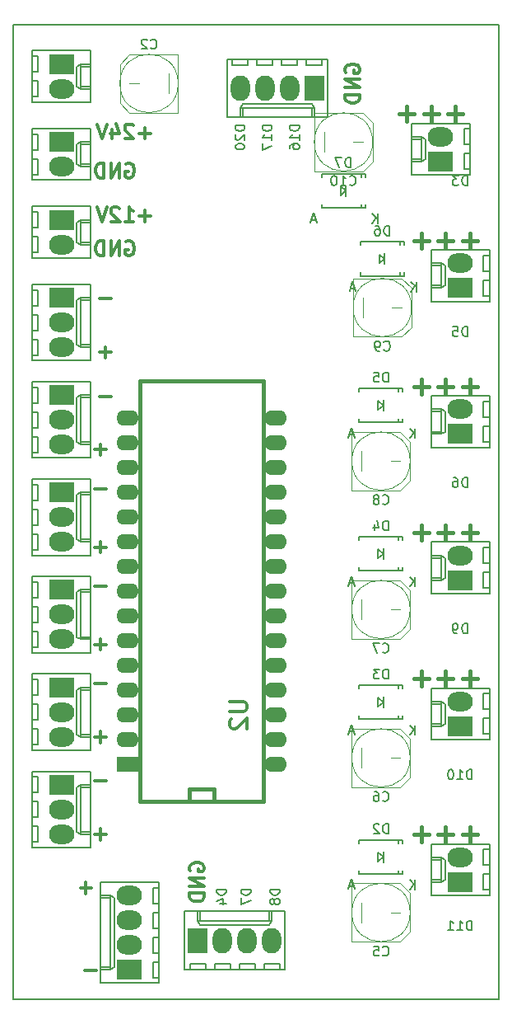
<source format=gbo>
G04 #@! TF.GenerationSoftware,KiCad,Pcbnew,7.0.7*
G04 #@! TF.CreationDate,2024-01-02T20:56:29+01:00*
G04 #@! TF.ProjectId,ventirad,76656e74-6972-4616-942e-6b696361645f,rev?*
G04 #@! TF.SameCoordinates,Original*
G04 #@! TF.FileFunction,Legend,Bot*
G04 #@! TF.FilePolarity,Positive*
%FSLAX46Y46*%
G04 Gerber Fmt 4.6, Leading zero omitted, Abs format (unit mm)*
G04 Created by KiCad (PCBNEW 7.0.7) date 2024-01-02 20:56:29*
%MOMM*%
%LPD*%
G01*
G04 APERTURE LIST*
%ADD10C,0.150000*%
%ADD11C,0.300000*%
%ADD12C,0.400000*%
%ADD13C,0.304800*%
%ADD14C,0.381000*%
%ADD15C,0.100000*%
%ADD16R,2.286000X1.574800*%
%ADD17O,2.286000X1.574800*%
%ADD18R,2.600000X2.000000*%
%ADD19O,2.600000X2.000000*%
%ADD20R,2.000000X2.600000*%
%ADD21O,2.000000X2.600000*%
G04 #@! TA.AperFunction,Profile*
%ADD22C,0.150000*%
G04 #@! TD*
G04 APERTURE END LIST*
D10*
X154214285Y-137454819D02*
X154214285Y-136454819D01*
X154214285Y-136454819D02*
X153976190Y-136454819D01*
X153976190Y-136454819D02*
X153833333Y-136502438D01*
X153833333Y-136502438D02*
X153738095Y-136597676D01*
X153738095Y-136597676D02*
X153690476Y-136692914D01*
X153690476Y-136692914D02*
X153642857Y-136883390D01*
X153642857Y-136883390D02*
X153642857Y-137026247D01*
X153642857Y-137026247D02*
X153690476Y-137216723D01*
X153690476Y-137216723D02*
X153738095Y-137311961D01*
X153738095Y-137311961D02*
X153833333Y-137407200D01*
X153833333Y-137407200D02*
X153976190Y-137454819D01*
X153976190Y-137454819D02*
X154214285Y-137454819D01*
X152690476Y-137454819D02*
X153261904Y-137454819D01*
X152976190Y-137454819D02*
X152976190Y-136454819D01*
X152976190Y-136454819D02*
X153071428Y-136597676D01*
X153071428Y-136597676D02*
X153166666Y-136692914D01*
X153166666Y-136692914D02*
X153261904Y-136740533D01*
X152071428Y-136454819D02*
X151976190Y-136454819D01*
X151976190Y-136454819D02*
X151880952Y-136502438D01*
X151880952Y-136502438D02*
X151833333Y-136550057D01*
X151833333Y-136550057D02*
X151785714Y-136645295D01*
X151785714Y-136645295D02*
X151738095Y-136835771D01*
X151738095Y-136835771D02*
X151738095Y-137073866D01*
X151738095Y-137073866D02*
X151785714Y-137264342D01*
X151785714Y-137264342D02*
X151833333Y-137359580D01*
X151833333Y-137359580D02*
X151880952Y-137407200D01*
X151880952Y-137407200D02*
X151976190Y-137454819D01*
X151976190Y-137454819D02*
X152071428Y-137454819D01*
X152071428Y-137454819D02*
X152166666Y-137407200D01*
X152166666Y-137407200D02*
X152214285Y-137359580D01*
X152214285Y-137359580D02*
X152261904Y-137264342D01*
X152261904Y-137264342D02*
X152309523Y-137073866D01*
X152309523Y-137073866D02*
X152309523Y-136835771D01*
X152309523Y-136835771D02*
X152261904Y-136645295D01*
X152261904Y-136645295D02*
X152214285Y-136550057D01*
X152214285Y-136550057D02*
X152166666Y-136502438D01*
X152166666Y-136502438D02*
X152071428Y-136454819D01*
X153738094Y-122454819D02*
X153738094Y-121454819D01*
X153738094Y-121454819D02*
X153499999Y-121454819D01*
X153499999Y-121454819D02*
X153357142Y-121502438D01*
X153357142Y-121502438D02*
X153261904Y-121597676D01*
X153261904Y-121597676D02*
X153214285Y-121692914D01*
X153214285Y-121692914D02*
X153166666Y-121883390D01*
X153166666Y-121883390D02*
X153166666Y-122026247D01*
X153166666Y-122026247D02*
X153214285Y-122216723D01*
X153214285Y-122216723D02*
X153261904Y-122311961D01*
X153261904Y-122311961D02*
X153357142Y-122407200D01*
X153357142Y-122407200D02*
X153499999Y-122454819D01*
X153499999Y-122454819D02*
X153738094Y-122454819D01*
X152690475Y-122454819D02*
X152499999Y-122454819D01*
X152499999Y-122454819D02*
X152404761Y-122407200D01*
X152404761Y-122407200D02*
X152357142Y-122359580D01*
X152357142Y-122359580D02*
X152261904Y-122216723D01*
X152261904Y-122216723D02*
X152214285Y-122026247D01*
X152214285Y-122026247D02*
X152214285Y-121645295D01*
X152214285Y-121645295D02*
X152261904Y-121550057D01*
X152261904Y-121550057D02*
X152309523Y-121502438D01*
X152309523Y-121502438D02*
X152404761Y-121454819D01*
X152404761Y-121454819D02*
X152595237Y-121454819D01*
X152595237Y-121454819D02*
X152690475Y-121502438D01*
X152690475Y-121502438D02*
X152738094Y-121550057D01*
X152738094Y-121550057D02*
X152785713Y-121645295D01*
X152785713Y-121645295D02*
X152785713Y-121883390D01*
X152785713Y-121883390D02*
X152738094Y-121978628D01*
X152738094Y-121978628D02*
X152690475Y-122026247D01*
X152690475Y-122026247D02*
X152595237Y-122073866D01*
X152595237Y-122073866D02*
X152404761Y-122073866D01*
X152404761Y-122073866D02*
X152309523Y-122026247D01*
X152309523Y-122026247D02*
X152261904Y-121978628D01*
X152261904Y-121978628D02*
X152214285Y-121883390D01*
X153738094Y-107454819D02*
X153738094Y-106454819D01*
X153738094Y-106454819D02*
X153499999Y-106454819D01*
X153499999Y-106454819D02*
X153357142Y-106502438D01*
X153357142Y-106502438D02*
X153261904Y-106597676D01*
X153261904Y-106597676D02*
X153214285Y-106692914D01*
X153214285Y-106692914D02*
X153166666Y-106883390D01*
X153166666Y-106883390D02*
X153166666Y-107026247D01*
X153166666Y-107026247D02*
X153214285Y-107216723D01*
X153214285Y-107216723D02*
X153261904Y-107311961D01*
X153261904Y-107311961D02*
X153357142Y-107407200D01*
X153357142Y-107407200D02*
X153499999Y-107454819D01*
X153499999Y-107454819D02*
X153738094Y-107454819D01*
X152309523Y-106454819D02*
X152499999Y-106454819D01*
X152499999Y-106454819D02*
X152595237Y-106502438D01*
X152595237Y-106502438D02*
X152642856Y-106550057D01*
X152642856Y-106550057D02*
X152738094Y-106692914D01*
X152738094Y-106692914D02*
X152785713Y-106883390D01*
X152785713Y-106883390D02*
X152785713Y-107264342D01*
X152785713Y-107264342D02*
X152738094Y-107359580D01*
X152738094Y-107359580D02*
X152690475Y-107407200D01*
X152690475Y-107407200D02*
X152595237Y-107454819D01*
X152595237Y-107454819D02*
X152404761Y-107454819D01*
X152404761Y-107454819D02*
X152309523Y-107407200D01*
X152309523Y-107407200D02*
X152261904Y-107359580D01*
X152261904Y-107359580D02*
X152214285Y-107264342D01*
X152214285Y-107264342D02*
X152214285Y-107026247D01*
X152214285Y-107026247D02*
X152261904Y-106931009D01*
X152261904Y-106931009D02*
X152309523Y-106883390D01*
X152309523Y-106883390D02*
X152404761Y-106835771D01*
X152404761Y-106835771D02*
X152595237Y-106835771D01*
X152595237Y-106835771D02*
X152690475Y-106883390D01*
X152690475Y-106883390D02*
X152738094Y-106931009D01*
X152738094Y-106931009D02*
X152785713Y-107026247D01*
X153738094Y-91954819D02*
X153738094Y-90954819D01*
X153738094Y-90954819D02*
X153499999Y-90954819D01*
X153499999Y-90954819D02*
X153357142Y-91002438D01*
X153357142Y-91002438D02*
X153261904Y-91097676D01*
X153261904Y-91097676D02*
X153214285Y-91192914D01*
X153214285Y-91192914D02*
X153166666Y-91383390D01*
X153166666Y-91383390D02*
X153166666Y-91526247D01*
X153166666Y-91526247D02*
X153214285Y-91716723D01*
X153214285Y-91716723D02*
X153261904Y-91811961D01*
X153261904Y-91811961D02*
X153357142Y-91907200D01*
X153357142Y-91907200D02*
X153499999Y-91954819D01*
X153499999Y-91954819D02*
X153738094Y-91954819D01*
X152261904Y-90954819D02*
X152738094Y-90954819D01*
X152738094Y-90954819D02*
X152785713Y-91431009D01*
X152785713Y-91431009D02*
X152738094Y-91383390D01*
X152738094Y-91383390D02*
X152642856Y-91335771D01*
X152642856Y-91335771D02*
X152404761Y-91335771D01*
X152404761Y-91335771D02*
X152309523Y-91383390D01*
X152309523Y-91383390D02*
X152261904Y-91431009D01*
X152261904Y-91431009D02*
X152214285Y-91526247D01*
X152214285Y-91526247D02*
X152214285Y-91764342D01*
X152214285Y-91764342D02*
X152261904Y-91859580D01*
X152261904Y-91859580D02*
X152309523Y-91907200D01*
X152309523Y-91907200D02*
X152404761Y-91954819D01*
X152404761Y-91954819D02*
X152642856Y-91954819D01*
X152642856Y-91954819D02*
X152738094Y-91907200D01*
X152738094Y-91907200D02*
X152785713Y-91859580D01*
X153738094Y-76454819D02*
X153738094Y-75454819D01*
X153738094Y-75454819D02*
X153499999Y-75454819D01*
X153499999Y-75454819D02*
X153357142Y-75502438D01*
X153357142Y-75502438D02*
X153261904Y-75597676D01*
X153261904Y-75597676D02*
X153214285Y-75692914D01*
X153214285Y-75692914D02*
X153166666Y-75883390D01*
X153166666Y-75883390D02*
X153166666Y-76026247D01*
X153166666Y-76026247D02*
X153214285Y-76216723D01*
X153214285Y-76216723D02*
X153261904Y-76311961D01*
X153261904Y-76311961D02*
X153357142Y-76407200D01*
X153357142Y-76407200D02*
X153499999Y-76454819D01*
X153499999Y-76454819D02*
X153738094Y-76454819D01*
X152833332Y-75454819D02*
X152214285Y-75454819D01*
X152214285Y-75454819D02*
X152547618Y-75835771D01*
X152547618Y-75835771D02*
X152404761Y-75835771D01*
X152404761Y-75835771D02*
X152309523Y-75883390D01*
X152309523Y-75883390D02*
X152261904Y-75931009D01*
X152261904Y-75931009D02*
X152214285Y-76026247D01*
X152214285Y-76026247D02*
X152214285Y-76264342D01*
X152214285Y-76264342D02*
X152261904Y-76359580D01*
X152261904Y-76359580D02*
X152309523Y-76407200D01*
X152309523Y-76407200D02*
X152404761Y-76454819D01*
X152404761Y-76454819D02*
X152690475Y-76454819D01*
X152690475Y-76454819D02*
X152785713Y-76407200D01*
X152785713Y-76407200D02*
X152833332Y-76359580D01*
X154214285Y-152954819D02*
X154214285Y-151954819D01*
X154214285Y-151954819D02*
X153976190Y-151954819D01*
X153976190Y-151954819D02*
X153833333Y-152002438D01*
X153833333Y-152002438D02*
X153738095Y-152097676D01*
X153738095Y-152097676D02*
X153690476Y-152192914D01*
X153690476Y-152192914D02*
X153642857Y-152383390D01*
X153642857Y-152383390D02*
X153642857Y-152526247D01*
X153642857Y-152526247D02*
X153690476Y-152716723D01*
X153690476Y-152716723D02*
X153738095Y-152811961D01*
X153738095Y-152811961D02*
X153833333Y-152907200D01*
X153833333Y-152907200D02*
X153976190Y-152954819D01*
X153976190Y-152954819D02*
X154214285Y-152954819D01*
X152690476Y-152954819D02*
X153261904Y-152954819D01*
X152976190Y-152954819D02*
X152976190Y-151954819D01*
X152976190Y-151954819D02*
X153071428Y-152097676D01*
X153071428Y-152097676D02*
X153166666Y-152192914D01*
X153166666Y-152192914D02*
X153261904Y-152240533D01*
X151738095Y-152954819D02*
X152309523Y-152954819D01*
X152023809Y-152954819D02*
X152023809Y-151954819D01*
X152023809Y-151954819D02*
X152119047Y-152097676D01*
X152119047Y-152097676D02*
X152214285Y-152192914D01*
X152214285Y-152192914D02*
X152309523Y-152240533D01*
X133649819Y-70285714D02*
X132649819Y-70285714D01*
X132649819Y-70285714D02*
X132649819Y-70523809D01*
X132649819Y-70523809D02*
X132697438Y-70666666D01*
X132697438Y-70666666D02*
X132792676Y-70761904D01*
X132792676Y-70761904D02*
X132887914Y-70809523D01*
X132887914Y-70809523D02*
X133078390Y-70857142D01*
X133078390Y-70857142D02*
X133221247Y-70857142D01*
X133221247Y-70857142D02*
X133411723Y-70809523D01*
X133411723Y-70809523D02*
X133506961Y-70761904D01*
X133506961Y-70761904D02*
X133602200Y-70666666D01*
X133602200Y-70666666D02*
X133649819Y-70523809D01*
X133649819Y-70523809D02*
X133649819Y-70285714D01*
X133649819Y-71809523D02*
X133649819Y-71238095D01*
X133649819Y-71523809D02*
X132649819Y-71523809D01*
X132649819Y-71523809D02*
X132792676Y-71428571D01*
X132792676Y-71428571D02*
X132887914Y-71333333D01*
X132887914Y-71333333D02*
X132935533Y-71238095D01*
X132649819Y-72142857D02*
X132649819Y-72809523D01*
X132649819Y-72809523D02*
X133649819Y-72380952D01*
X136454819Y-70285714D02*
X135454819Y-70285714D01*
X135454819Y-70285714D02*
X135454819Y-70523809D01*
X135454819Y-70523809D02*
X135502438Y-70666666D01*
X135502438Y-70666666D02*
X135597676Y-70761904D01*
X135597676Y-70761904D02*
X135692914Y-70809523D01*
X135692914Y-70809523D02*
X135883390Y-70857142D01*
X135883390Y-70857142D02*
X136026247Y-70857142D01*
X136026247Y-70857142D02*
X136216723Y-70809523D01*
X136216723Y-70809523D02*
X136311961Y-70761904D01*
X136311961Y-70761904D02*
X136407200Y-70666666D01*
X136407200Y-70666666D02*
X136454819Y-70523809D01*
X136454819Y-70523809D02*
X136454819Y-70285714D01*
X136454819Y-71809523D02*
X136454819Y-71238095D01*
X136454819Y-71523809D02*
X135454819Y-71523809D01*
X135454819Y-71523809D02*
X135597676Y-71428571D01*
X135597676Y-71428571D02*
X135692914Y-71333333D01*
X135692914Y-71333333D02*
X135740533Y-71238095D01*
X135454819Y-72666666D02*
X135454819Y-72476190D01*
X135454819Y-72476190D02*
X135502438Y-72380952D01*
X135502438Y-72380952D02*
X135550057Y-72333333D01*
X135550057Y-72333333D02*
X135692914Y-72238095D01*
X135692914Y-72238095D02*
X135883390Y-72190476D01*
X135883390Y-72190476D02*
X136264342Y-72190476D01*
X136264342Y-72190476D02*
X136359580Y-72238095D01*
X136359580Y-72238095D02*
X136407200Y-72285714D01*
X136407200Y-72285714D02*
X136454819Y-72380952D01*
X136454819Y-72380952D02*
X136454819Y-72571428D01*
X136454819Y-72571428D02*
X136407200Y-72666666D01*
X136407200Y-72666666D02*
X136359580Y-72714285D01*
X136359580Y-72714285D02*
X136264342Y-72761904D01*
X136264342Y-72761904D02*
X136026247Y-72761904D01*
X136026247Y-72761904D02*
X135931009Y-72714285D01*
X135931009Y-72714285D02*
X135883390Y-72666666D01*
X135883390Y-72666666D02*
X135835771Y-72571428D01*
X135835771Y-72571428D02*
X135835771Y-72380952D01*
X135835771Y-72380952D02*
X135883390Y-72285714D01*
X135883390Y-72285714D02*
X135931009Y-72238095D01*
X135931009Y-72238095D02*
X136026247Y-72190476D01*
X128954819Y-148761905D02*
X127954819Y-148761905D01*
X127954819Y-148761905D02*
X127954819Y-149000000D01*
X127954819Y-149000000D02*
X128002438Y-149142857D01*
X128002438Y-149142857D02*
X128097676Y-149238095D01*
X128097676Y-149238095D02*
X128192914Y-149285714D01*
X128192914Y-149285714D02*
X128383390Y-149333333D01*
X128383390Y-149333333D02*
X128526247Y-149333333D01*
X128526247Y-149333333D02*
X128716723Y-149285714D01*
X128716723Y-149285714D02*
X128811961Y-149238095D01*
X128811961Y-149238095D02*
X128907200Y-149142857D01*
X128907200Y-149142857D02*
X128954819Y-149000000D01*
X128954819Y-149000000D02*
X128954819Y-148761905D01*
X128288152Y-150190476D02*
X128954819Y-150190476D01*
X127907200Y-149952381D02*
X128621485Y-149714286D01*
X128621485Y-149714286D02*
X128621485Y-150333333D01*
X131454819Y-148761905D02*
X130454819Y-148761905D01*
X130454819Y-148761905D02*
X130454819Y-149000000D01*
X130454819Y-149000000D02*
X130502438Y-149142857D01*
X130502438Y-149142857D02*
X130597676Y-149238095D01*
X130597676Y-149238095D02*
X130692914Y-149285714D01*
X130692914Y-149285714D02*
X130883390Y-149333333D01*
X130883390Y-149333333D02*
X131026247Y-149333333D01*
X131026247Y-149333333D02*
X131216723Y-149285714D01*
X131216723Y-149285714D02*
X131311961Y-149238095D01*
X131311961Y-149238095D02*
X131407200Y-149142857D01*
X131407200Y-149142857D02*
X131454819Y-149000000D01*
X131454819Y-149000000D02*
X131454819Y-148761905D01*
X130454819Y-149666667D02*
X130454819Y-150333333D01*
X130454819Y-150333333D02*
X131454819Y-149904762D01*
X134454819Y-148761905D02*
X133454819Y-148761905D01*
X133454819Y-148761905D02*
X133454819Y-149000000D01*
X133454819Y-149000000D02*
X133502438Y-149142857D01*
X133502438Y-149142857D02*
X133597676Y-149238095D01*
X133597676Y-149238095D02*
X133692914Y-149285714D01*
X133692914Y-149285714D02*
X133883390Y-149333333D01*
X133883390Y-149333333D02*
X134026247Y-149333333D01*
X134026247Y-149333333D02*
X134216723Y-149285714D01*
X134216723Y-149285714D02*
X134311961Y-149238095D01*
X134311961Y-149238095D02*
X134407200Y-149142857D01*
X134407200Y-149142857D02*
X134454819Y-149000000D01*
X134454819Y-149000000D02*
X134454819Y-148761905D01*
X133883390Y-149904762D02*
X133835771Y-149809524D01*
X133835771Y-149809524D02*
X133788152Y-149761905D01*
X133788152Y-149761905D02*
X133692914Y-149714286D01*
X133692914Y-149714286D02*
X133645295Y-149714286D01*
X133645295Y-149714286D02*
X133550057Y-149761905D01*
X133550057Y-149761905D02*
X133502438Y-149809524D01*
X133502438Y-149809524D02*
X133454819Y-149904762D01*
X133454819Y-149904762D02*
X133454819Y-150095238D01*
X133454819Y-150095238D02*
X133502438Y-150190476D01*
X133502438Y-150190476D02*
X133550057Y-150238095D01*
X133550057Y-150238095D02*
X133645295Y-150285714D01*
X133645295Y-150285714D02*
X133692914Y-150285714D01*
X133692914Y-150285714D02*
X133788152Y-150238095D01*
X133788152Y-150238095D02*
X133835771Y-150190476D01*
X133835771Y-150190476D02*
X133883390Y-150095238D01*
X133883390Y-150095238D02*
X133883390Y-149904762D01*
X133883390Y-149904762D02*
X133931009Y-149809524D01*
X133931009Y-149809524D02*
X133978628Y-149761905D01*
X133978628Y-149761905D02*
X134073866Y-149714286D01*
X134073866Y-149714286D02*
X134264342Y-149714286D01*
X134264342Y-149714286D02*
X134359580Y-149761905D01*
X134359580Y-149761905D02*
X134407200Y-149809524D01*
X134407200Y-149809524D02*
X134454819Y-149904762D01*
X134454819Y-149904762D02*
X134454819Y-150095238D01*
X134454819Y-150095238D02*
X134407200Y-150190476D01*
X134407200Y-150190476D02*
X134359580Y-150238095D01*
X134359580Y-150238095D02*
X134264342Y-150285714D01*
X134264342Y-150285714D02*
X134073866Y-150285714D01*
X134073866Y-150285714D02*
X133978628Y-150238095D01*
X133978628Y-150238095D02*
X133931009Y-150190476D01*
X133931009Y-150190476D02*
X133883390Y-150095238D01*
X130844819Y-70285714D02*
X129844819Y-70285714D01*
X129844819Y-70285714D02*
X129844819Y-70523809D01*
X129844819Y-70523809D02*
X129892438Y-70666666D01*
X129892438Y-70666666D02*
X129987676Y-70761904D01*
X129987676Y-70761904D02*
X130082914Y-70809523D01*
X130082914Y-70809523D02*
X130273390Y-70857142D01*
X130273390Y-70857142D02*
X130416247Y-70857142D01*
X130416247Y-70857142D02*
X130606723Y-70809523D01*
X130606723Y-70809523D02*
X130701961Y-70761904D01*
X130701961Y-70761904D02*
X130797200Y-70666666D01*
X130797200Y-70666666D02*
X130844819Y-70523809D01*
X130844819Y-70523809D02*
X130844819Y-70285714D01*
X129940057Y-71238095D02*
X129892438Y-71285714D01*
X129892438Y-71285714D02*
X129844819Y-71380952D01*
X129844819Y-71380952D02*
X129844819Y-71619047D01*
X129844819Y-71619047D02*
X129892438Y-71714285D01*
X129892438Y-71714285D02*
X129940057Y-71761904D01*
X129940057Y-71761904D02*
X130035295Y-71809523D01*
X130035295Y-71809523D02*
X130130533Y-71809523D01*
X130130533Y-71809523D02*
X130273390Y-71761904D01*
X130273390Y-71761904D02*
X130844819Y-71190476D01*
X130844819Y-71190476D02*
X130844819Y-71809523D01*
X129844819Y-72428571D02*
X129844819Y-72523809D01*
X129844819Y-72523809D02*
X129892438Y-72619047D01*
X129892438Y-72619047D02*
X129940057Y-72666666D01*
X129940057Y-72666666D02*
X130035295Y-72714285D01*
X130035295Y-72714285D02*
X130225771Y-72761904D01*
X130225771Y-72761904D02*
X130463866Y-72761904D01*
X130463866Y-72761904D02*
X130654342Y-72714285D01*
X130654342Y-72714285D02*
X130749580Y-72666666D01*
X130749580Y-72666666D02*
X130797200Y-72619047D01*
X130797200Y-72619047D02*
X130844819Y-72523809D01*
X130844819Y-72523809D02*
X130844819Y-72428571D01*
X130844819Y-72428571D02*
X130797200Y-72333333D01*
X130797200Y-72333333D02*
X130749580Y-72285714D01*
X130749580Y-72285714D02*
X130654342Y-72238095D01*
X130654342Y-72238095D02*
X130463866Y-72190476D01*
X130463866Y-72190476D02*
X130225771Y-72190476D01*
X130225771Y-72190476D02*
X130035295Y-72238095D01*
X130035295Y-72238095D02*
X129940057Y-72285714D01*
X129940057Y-72285714D02*
X129892438Y-72333333D01*
X129892438Y-72333333D02*
X129844819Y-72428571D01*
D11*
X141249757Y-64857143D02*
X141178328Y-64714286D01*
X141178328Y-64714286D02*
X141178328Y-64500000D01*
X141178328Y-64500000D02*
X141249757Y-64285714D01*
X141249757Y-64285714D02*
X141392614Y-64142857D01*
X141392614Y-64142857D02*
X141535471Y-64071428D01*
X141535471Y-64071428D02*
X141821185Y-64000000D01*
X141821185Y-64000000D02*
X142035471Y-64000000D01*
X142035471Y-64000000D02*
X142321185Y-64071428D01*
X142321185Y-64071428D02*
X142464042Y-64142857D01*
X142464042Y-64142857D02*
X142606900Y-64285714D01*
X142606900Y-64285714D02*
X142678328Y-64500000D01*
X142678328Y-64500000D02*
X142678328Y-64642857D01*
X142678328Y-64642857D02*
X142606900Y-64857143D01*
X142606900Y-64857143D02*
X142535471Y-64928571D01*
X142535471Y-64928571D02*
X142035471Y-64928571D01*
X142035471Y-64928571D02*
X142035471Y-64642857D01*
X142678328Y-65571428D02*
X141178328Y-65571428D01*
X141178328Y-65571428D02*
X142678328Y-66428571D01*
X142678328Y-66428571D02*
X141178328Y-66428571D01*
X142678328Y-67142857D02*
X141178328Y-67142857D01*
X141178328Y-67142857D02*
X141178328Y-67500000D01*
X141178328Y-67500000D02*
X141249757Y-67714286D01*
X141249757Y-67714286D02*
X141392614Y-67857143D01*
X141392614Y-67857143D02*
X141535471Y-67928572D01*
X141535471Y-67928572D02*
X141821185Y-68000000D01*
X141821185Y-68000000D02*
X142035471Y-68000000D01*
X142035471Y-68000000D02*
X142321185Y-67928572D01*
X142321185Y-67928572D02*
X142464042Y-67857143D01*
X142464042Y-67857143D02*
X142606900Y-67714286D01*
X142606900Y-67714286D02*
X142678328Y-67500000D01*
X142678328Y-67500000D02*
X142678328Y-67142857D01*
X125249757Y-146857143D02*
X125178328Y-146714286D01*
X125178328Y-146714286D02*
X125178328Y-146500000D01*
X125178328Y-146500000D02*
X125249757Y-146285714D01*
X125249757Y-146285714D02*
X125392614Y-146142857D01*
X125392614Y-146142857D02*
X125535471Y-146071428D01*
X125535471Y-146071428D02*
X125821185Y-146000000D01*
X125821185Y-146000000D02*
X126035471Y-146000000D01*
X126035471Y-146000000D02*
X126321185Y-146071428D01*
X126321185Y-146071428D02*
X126464042Y-146142857D01*
X126464042Y-146142857D02*
X126606900Y-146285714D01*
X126606900Y-146285714D02*
X126678328Y-146500000D01*
X126678328Y-146500000D02*
X126678328Y-146642857D01*
X126678328Y-146642857D02*
X126606900Y-146857143D01*
X126606900Y-146857143D02*
X126535471Y-146928571D01*
X126535471Y-146928571D02*
X126035471Y-146928571D01*
X126035471Y-146928571D02*
X126035471Y-146642857D01*
X126678328Y-147571428D02*
X125178328Y-147571428D01*
X125178328Y-147571428D02*
X126678328Y-148428571D01*
X126678328Y-148428571D02*
X125178328Y-148428571D01*
X126678328Y-149142857D02*
X125178328Y-149142857D01*
X125178328Y-149142857D02*
X125178328Y-149500000D01*
X125178328Y-149500000D02*
X125249757Y-149714286D01*
X125249757Y-149714286D02*
X125392614Y-149857143D01*
X125392614Y-149857143D02*
X125535471Y-149928572D01*
X125535471Y-149928572D02*
X125821185Y-150000000D01*
X125821185Y-150000000D02*
X126035471Y-150000000D01*
X126035471Y-150000000D02*
X126321185Y-149928572D01*
X126321185Y-149928572D02*
X126464042Y-149857143D01*
X126464042Y-149857143D02*
X126606900Y-149714286D01*
X126606900Y-149714286D02*
X126678328Y-149500000D01*
X126678328Y-149500000D02*
X126678328Y-149142857D01*
X115428571Y-127606900D02*
X116571429Y-127606900D01*
X115428571Y-103606900D02*
X116571429Y-103606900D01*
X116000000Y-104178328D02*
X116000000Y-103035471D01*
X115928571Y-98106900D02*
X117071429Y-98106900D01*
X115428571Y-107606900D02*
X116571429Y-107606900D01*
X115428571Y-137606900D02*
X116571429Y-137606900D01*
X115428571Y-117606900D02*
X116571429Y-117606900D01*
X114428571Y-157106900D02*
X115571429Y-157106900D01*
X113928571Y-148606900D02*
X115071429Y-148606900D01*
X114500000Y-149178328D02*
X114500000Y-148035471D01*
X115428571Y-143106900D02*
X116571429Y-143106900D01*
X116000000Y-143678328D02*
X116000000Y-142535471D01*
X115428571Y-133106900D02*
X116571429Y-133106900D01*
X116000000Y-133678328D02*
X116000000Y-132535471D01*
X115428571Y-113606900D02*
X116571429Y-113606900D01*
X116000000Y-114178328D02*
X116000000Y-113035471D01*
X115428571Y-123606900D02*
X116571429Y-123606900D01*
X116000000Y-124178328D02*
X116000000Y-123035471D01*
X115928571Y-93606900D02*
X117071429Y-93606900D01*
X116500000Y-94178328D02*
X116500000Y-93035471D01*
X115928571Y-88106900D02*
X117071429Y-88106900D01*
X118642856Y-74249757D02*
X118785714Y-74178328D01*
X118785714Y-74178328D02*
X118999999Y-74178328D01*
X118999999Y-74178328D02*
X119214285Y-74249757D01*
X119214285Y-74249757D02*
X119357142Y-74392614D01*
X119357142Y-74392614D02*
X119428571Y-74535471D01*
X119428571Y-74535471D02*
X119499999Y-74821185D01*
X119499999Y-74821185D02*
X119499999Y-75035471D01*
X119499999Y-75035471D02*
X119428571Y-75321185D01*
X119428571Y-75321185D02*
X119357142Y-75464042D01*
X119357142Y-75464042D02*
X119214285Y-75606900D01*
X119214285Y-75606900D02*
X118999999Y-75678328D01*
X118999999Y-75678328D02*
X118857142Y-75678328D01*
X118857142Y-75678328D02*
X118642856Y-75606900D01*
X118642856Y-75606900D02*
X118571428Y-75535471D01*
X118571428Y-75535471D02*
X118571428Y-75035471D01*
X118571428Y-75035471D02*
X118857142Y-75035471D01*
X117928571Y-75678328D02*
X117928571Y-74178328D01*
X117928571Y-74178328D02*
X117071428Y-75678328D01*
X117071428Y-75678328D02*
X117071428Y-74178328D01*
X116357142Y-75678328D02*
X116357142Y-74178328D01*
X116357142Y-74178328D02*
X115999999Y-74178328D01*
X115999999Y-74178328D02*
X115785713Y-74249757D01*
X115785713Y-74249757D02*
X115642856Y-74392614D01*
X115642856Y-74392614D02*
X115571427Y-74535471D01*
X115571427Y-74535471D02*
X115499999Y-74821185D01*
X115499999Y-74821185D02*
X115499999Y-75035471D01*
X115499999Y-75035471D02*
X115571427Y-75321185D01*
X115571427Y-75321185D02*
X115642856Y-75464042D01*
X115642856Y-75464042D02*
X115785713Y-75606900D01*
X115785713Y-75606900D02*
X115999999Y-75678328D01*
X115999999Y-75678328D02*
X116357142Y-75678328D01*
X121142856Y-71106900D02*
X119999999Y-71106900D01*
X120571427Y-71678328D02*
X120571427Y-70535471D01*
X119357141Y-70321185D02*
X119285713Y-70249757D01*
X119285713Y-70249757D02*
X119142856Y-70178328D01*
X119142856Y-70178328D02*
X118785713Y-70178328D01*
X118785713Y-70178328D02*
X118642856Y-70249757D01*
X118642856Y-70249757D02*
X118571427Y-70321185D01*
X118571427Y-70321185D02*
X118499998Y-70464042D01*
X118499998Y-70464042D02*
X118499998Y-70606900D01*
X118499998Y-70606900D02*
X118571427Y-70821185D01*
X118571427Y-70821185D02*
X119428570Y-71678328D01*
X119428570Y-71678328D02*
X118499998Y-71678328D01*
X117214285Y-70678328D02*
X117214285Y-71678328D01*
X117571427Y-70106900D02*
X117928570Y-71178328D01*
X117928570Y-71178328D02*
X116999999Y-71178328D01*
X116642856Y-70178328D02*
X116142856Y-71678328D01*
X116142856Y-71678328D02*
X115642856Y-70178328D01*
X118642856Y-82249757D02*
X118785714Y-82178328D01*
X118785714Y-82178328D02*
X118999999Y-82178328D01*
X118999999Y-82178328D02*
X119214285Y-82249757D01*
X119214285Y-82249757D02*
X119357142Y-82392614D01*
X119357142Y-82392614D02*
X119428571Y-82535471D01*
X119428571Y-82535471D02*
X119499999Y-82821185D01*
X119499999Y-82821185D02*
X119499999Y-83035471D01*
X119499999Y-83035471D02*
X119428571Y-83321185D01*
X119428571Y-83321185D02*
X119357142Y-83464042D01*
X119357142Y-83464042D02*
X119214285Y-83606900D01*
X119214285Y-83606900D02*
X118999999Y-83678328D01*
X118999999Y-83678328D02*
X118857142Y-83678328D01*
X118857142Y-83678328D02*
X118642856Y-83606900D01*
X118642856Y-83606900D02*
X118571428Y-83535471D01*
X118571428Y-83535471D02*
X118571428Y-83035471D01*
X118571428Y-83035471D02*
X118857142Y-83035471D01*
X117928571Y-83678328D02*
X117928571Y-82178328D01*
X117928571Y-82178328D02*
X117071428Y-83678328D01*
X117071428Y-83678328D02*
X117071428Y-82178328D01*
X116357142Y-83678328D02*
X116357142Y-82178328D01*
X116357142Y-82178328D02*
X115999999Y-82178328D01*
X115999999Y-82178328D02*
X115785713Y-82249757D01*
X115785713Y-82249757D02*
X115642856Y-82392614D01*
X115642856Y-82392614D02*
X115571427Y-82535471D01*
X115571427Y-82535471D02*
X115499999Y-82821185D01*
X115499999Y-82821185D02*
X115499999Y-83035471D01*
X115499999Y-83035471D02*
X115571427Y-83321185D01*
X115571427Y-83321185D02*
X115642856Y-83464042D01*
X115642856Y-83464042D02*
X115785713Y-83606900D01*
X115785713Y-83606900D02*
X115999999Y-83678328D01*
X115999999Y-83678328D02*
X116357142Y-83678328D01*
X121142856Y-79606900D02*
X119999999Y-79606900D01*
X120571427Y-80178328D02*
X120571427Y-79035471D01*
X118499998Y-80178328D02*
X119357141Y-80178328D01*
X118928570Y-80178328D02*
X118928570Y-78678328D01*
X118928570Y-78678328D02*
X119071427Y-78892614D01*
X119071427Y-78892614D02*
X119214284Y-79035471D01*
X119214284Y-79035471D02*
X119357141Y-79106900D01*
X117928570Y-78821185D02*
X117857142Y-78749757D01*
X117857142Y-78749757D02*
X117714285Y-78678328D01*
X117714285Y-78678328D02*
X117357142Y-78678328D01*
X117357142Y-78678328D02*
X117214285Y-78749757D01*
X117214285Y-78749757D02*
X117142856Y-78821185D01*
X117142856Y-78821185D02*
X117071427Y-78964042D01*
X117071427Y-78964042D02*
X117071427Y-79106900D01*
X117071427Y-79106900D02*
X117142856Y-79321185D01*
X117142856Y-79321185D02*
X117999999Y-80178328D01*
X117999999Y-80178328D02*
X117071427Y-80178328D01*
X116642856Y-78678328D02*
X116142856Y-80178328D01*
X116142856Y-80178328D02*
X115642856Y-78678328D01*
D12*
X148261905Y-82142533D02*
X149785715Y-82142533D01*
X149023810Y-82904438D02*
X149023810Y-81380628D01*
X150738095Y-82142533D02*
X152261905Y-82142533D01*
X151500000Y-82904438D02*
X151500000Y-81380628D01*
X153214285Y-82142533D02*
X154738095Y-82142533D01*
X153976190Y-82904438D02*
X153976190Y-81380628D01*
X148261905Y-97142533D02*
X149785715Y-97142533D01*
X149023810Y-97904438D02*
X149023810Y-96380628D01*
X150738095Y-97142533D02*
X152261905Y-97142533D01*
X151500000Y-97904438D02*
X151500000Y-96380628D01*
X153214285Y-97142533D02*
X154738095Y-97142533D01*
X153976190Y-97904438D02*
X153976190Y-96380628D01*
X148261905Y-112142533D02*
X149785715Y-112142533D01*
X149023810Y-112904438D02*
X149023810Y-111380628D01*
X150738095Y-112142533D02*
X152261905Y-112142533D01*
X151500000Y-112904438D02*
X151500000Y-111380628D01*
X153214285Y-112142533D02*
X154738095Y-112142533D01*
X153976190Y-112904438D02*
X153976190Y-111380628D01*
X148261905Y-127142533D02*
X149785715Y-127142533D01*
X149023810Y-127904438D02*
X149023810Y-126380628D01*
X150738095Y-127142533D02*
X152261905Y-127142533D01*
X151500000Y-127904438D02*
X151500000Y-126380628D01*
X153214285Y-127142533D02*
X154738095Y-127142533D01*
X153976190Y-127904438D02*
X153976190Y-126380628D01*
X148261905Y-143142533D02*
X149785715Y-143142533D01*
X149023810Y-143904438D02*
X149023810Y-142380628D01*
X150738095Y-143142533D02*
X152261905Y-143142533D01*
X151500000Y-143904438D02*
X151500000Y-142380628D01*
X153214285Y-143142533D02*
X154738095Y-143142533D01*
X153976190Y-143904438D02*
X153976190Y-142380628D01*
X146761905Y-69142533D02*
X148285715Y-69142533D01*
X147523810Y-69904438D02*
X147523810Y-68380628D01*
X149238095Y-69142533D02*
X150761905Y-69142533D01*
X150000000Y-69904438D02*
X150000000Y-68380628D01*
X151714285Y-69142533D02*
X153238095Y-69142533D01*
X152476190Y-69904438D02*
X152476190Y-68380628D01*
D13*
X129283687Y-129455333D02*
X130723021Y-129455333D01*
X130723021Y-129455333D02*
X130892354Y-129540000D01*
X130892354Y-129540000D02*
X130977021Y-129624666D01*
X130977021Y-129624666D02*
X131061687Y-129794000D01*
X131061687Y-129794000D02*
X131061687Y-130132666D01*
X131061687Y-130132666D02*
X130977021Y-130302000D01*
X130977021Y-130302000D02*
X130892354Y-130386666D01*
X130892354Y-130386666D02*
X130723021Y-130471333D01*
X130723021Y-130471333D02*
X129283687Y-130471333D01*
X129453021Y-131233333D02*
X129368354Y-131318000D01*
X129368354Y-131318000D02*
X129283687Y-131487333D01*
X129283687Y-131487333D02*
X129283687Y-131910667D01*
X129283687Y-131910667D02*
X129368354Y-132080000D01*
X129368354Y-132080000D02*
X129453021Y-132164667D01*
X129453021Y-132164667D02*
X129622354Y-132249333D01*
X129622354Y-132249333D02*
X129791687Y-132249333D01*
X129791687Y-132249333D02*
X130045687Y-132164667D01*
X130045687Y-132164667D02*
X131061687Y-131148667D01*
X131061687Y-131148667D02*
X131061687Y-132249333D01*
D10*
X145598094Y-143019819D02*
X145598094Y-142019819D01*
X145598094Y-142019819D02*
X145359999Y-142019819D01*
X145359999Y-142019819D02*
X145217142Y-142067438D01*
X145217142Y-142067438D02*
X145121904Y-142162676D01*
X145121904Y-142162676D02*
X145074285Y-142257914D01*
X145074285Y-142257914D02*
X145026666Y-142448390D01*
X145026666Y-142448390D02*
X145026666Y-142591247D01*
X145026666Y-142591247D02*
X145074285Y-142781723D01*
X145074285Y-142781723D02*
X145121904Y-142876961D01*
X145121904Y-142876961D02*
X145217142Y-142972200D01*
X145217142Y-142972200D02*
X145359999Y-143019819D01*
X145359999Y-143019819D02*
X145598094Y-143019819D01*
X144645713Y-142115057D02*
X144598094Y-142067438D01*
X144598094Y-142067438D02*
X144502856Y-142019819D01*
X144502856Y-142019819D02*
X144264761Y-142019819D01*
X144264761Y-142019819D02*
X144169523Y-142067438D01*
X144169523Y-142067438D02*
X144121904Y-142115057D01*
X144121904Y-142115057D02*
X144074285Y-142210295D01*
X144074285Y-142210295D02*
X144074285Y-142305533D01*
X144074285Y-142305533D02*
X144121904Y-142448390D01*
X144121904Y-142448390D02*
X144693332Y-143019819D01*
X144693332Y-143019819D02*
X144074285Y-143019819D01*
X148371904Y-148769819D02*
X148371904Y-147769819D01*
X147800476Y-148769819D02*
X148229047Y-148198390D01*
X147800476Y-147769819D02*
X148371904Y-148341247D01*
X142048094Y-148434104D02*
X141571904Y-148434104D01*
X142143332Y-148719819D02*
X141809999Y-147719819D01*
X141809999Y-147719819D02*
X141476666Y-148719819D01*
X145598094Y-127144819D02*
X145598094Y-126144819D01*
X145598094Y-126144819D02*
X145359999Y-126144819D01*
X145359999Y-126144819D02*
X145217142Y-126192438D01*
X145217142Y-126192438D02*
X145121904Y-126287676D01*
X145121904Y-126287676D02*
X145074285Y-126382914D01*
X145074285Y-126382914D02*
X145026666Y-126573390D01*
X145026666Y-126573390D02*
X145026666Y-126716247D01*
X145026666Y-126716247D02*
X145074285Y-126906723D01*
X145074285Y-126906723D02*
X145121904Y-127001961D01*
X145121904Y-127001961D02*
X145217142Y-127097200D01*
X145217142Y-127097200D02*
X145359999Y-127144819D01*
X145359999Y-127144819D02*
X145598094Y-127144819D01*
X144693332Y-126144819D02*
X144074285Y-126144819D01*
X144074285Y-126144819D02*
X144407618Y-126525771D01*
X144407618Y-126525771D02*
X144264761Y-126525771D01*
X144264761Y-126525771D02*
X144169523Y-126573390D01*
X144169523Y-126573390D02*
X144121904Y-126621009D01*
X144121904Y-126621009D02*
X144074285Y-126716247D01*
X144074285Y-126716247D02*
X144074285Y-126954342D01*
X144074285Y-126954342D02*
X144121904Y-127049580D01*
X144121904Y-127049580D02*
X144169523Y-127097200D01*
X144169523Y-127097200D02*
X144264761Y-127144819D01*
X144264761Y-127144819D02*
X144550475Y-127144819D01*
X144550475Y-127144819D02*
X144645713Y-127097200D01*
X144645713Y-127097200D02*
X144693332Y-127049580D01*
X148371904Y-132894819D02*
X148371904Y-131894819D01*
X147800476Y-132894819D02*
X148229047Y-132323390D01*
X147800476Y-131894819D02*
X148371904Y-132466247D01*
X142048094Y-132559104D02*
X141571904Y-132559104D01*
X142143332Y-132844819D02*
X141809999Y-131844819D01*
X141809999Y-131844819D02*
X141476666Y-132844819D01*
X145598094Y-111904819D02*
X145598094Y-110904819D01*
X145598094Y-110904819D02*
X145359999Y-110904819D01*
X145359999Y-110904819D02*
X145217142Y-110952438D01*
X145217142Y-110952438D02*
X145121904Y-111047676D01*
X145121904Y-111047676D02*
X145074285Y-111142914D01*
X145074285Y-111142914D02*
X145026666Y-111333390D01*
X145026666Y-111333390D02*
X145026666Y-111476247D01*
X145026666Y-111476247D02*
X145074285Y-111666723D01*
X145074285Y-111666723D02*
X145121904Y-111761961D01*
X145121904Y-111761961D02*
X145217142Y-111857200D01*
X145217142Y-111857200D02*
X145359999Y-111904819D01*
X145359999Y-111904819D02*
X145598094Y-111904819D01*
X144169523Y-111238152D02*
X144169523Y-111904819D01*
X144407618Y-110857200D02*
X144645713Y-111571485D01*
X144645713Y-111571485D02*
X144026666Y-111571485D01*
X148371904Y-117654819D02*
X148371904Y-116654819D01*
X147800476Y-117654819D02*
X148229047Y-117083390D01*
X147800476Y-116654819D02*
X148371904Y-117226247D01*
X142048094Y-117319104D02*
X141571904Y-117319104D01*
X142143332Y-117604819D02*
X141809999Y-116604819D01*
X141809999Y-116604819D02*
X141476666Y-117604819D01*
X145598094Y-96664819D02*
X145598094Y-95664819D01*
X145598094Y-95664819D02*
X145359999Y-95664819D01*
X145359999Y-95664819D02*
X145217142Y-95712438D01*
X145217142Y-95712438D02*
X145121904Y-95807676D01*
X145121904Y-95807676D02*
X145074285Y-95902914D01*
X145074285Y-95902914D02*
X145026666Y-96093390D01*
X145026666Y-96093390D02*
X145026666Y-96236247D01*
X145026666Y-96236247D02*
X145074285Y-96426723D01*
X145074285Y-96426723D02*
X145121904Y-96521961D01*
X145121904Y-96521961D02*
X145217142Y-96617200D01*
X145217142Y-96617200D02*
X145359999Y-96664819D01*
X145359999Y-96664819D02*
X145598094Y-96664819D01*
X144121904Y-95664819D02*
X144598094Y-95664819D01*
X144598094Y-95664819D02*
X144645713Y-96141009D01*
X144645713Y-96141009D02*
X144598094Y-96093390D01*
X144598094Y-96093390D02*
X144502856Y-96045771D01*
X144502856Y-96045771D02*
X144264761Y-96045771D01*
X144264761Y-96045771D02*
X144169523Y-96093390D01*
X144169523Y-96093390D02*
X144121904Y-96141009D01*
X144121904Y-96141009D02*
X144074285Y-96236247D01*
X144074285Y-96236247D02*
X144074285Y-96474342D01*
X144074285Y-96474342D02*
X144121904Y-96569580D01*
X144121904Y-96569580D02*
X144169523Y-96617200D01*
X144169523Y-96617200D02*
X144264761Y-96664819D01*
X144264761Y-96664819D02*
X144502856Y-96664819D01*
X144502856Y-96664819D02*
X144598094Y-96617200D01*
X144598094Y-96617200D02*
X144645713Y-96569580D01*
X148371904Y-102414819D02*
X148371904Y-101414819D01*
X147800476Y-102414819D02*
X148229047Y-101843390D01*
X147800476Y-101414819D02*
X148371904Y-101986247D01*
X142048094Y-102079104D02*
X141571904Y-102079104D01*
X142143332Y-102364819D02*
X141809999Y-101364819D01*
X141809999Y-101364819D02*
X141476666Y-102364819D01*
X145738094Y-81604819D02*
X145738094Y-80604819D01*
X145738094Y-80604819D02*
X145499999Y-80604819D01*
X145499999Y-80604819D02*
X145357142Y-80652438D01*
X145357142Y-80652438D02*
X145261904Y-80747676D01*
X145261904Y-80747676D02*
X145214285Y-80842914D01*
X145214285Y-80842914D02*
X145166666Y-81033390D01*
X145166666Y-81033390D02*
X145166666Y-81176247D01*
X145166666Y-81176247D02*
X145214285Y-81366723D01*
X145214285Y-81366723D02*
X145261904Y-81461961D01*
X145261904Y-81461961D02*
X145357142Y-81557200D01*
X145357142Y-81557200D02*
X145499999Y-81604819D01*
X145499999Y-81604819D02*
X145738094Y-81604819D01*
X144309523Y-80604819D02*
X144499999Y-80604819D01*
X144499999Y-80604819D02*
X144595237Y-80652438D01*
X144595237Y-80652438D02*
X144642856Y-80700057D01*
X144642856Y-80700057D02*
X144738094Y-80842914D01*
X144738094Y-80842914D02*
X144785713Y-81033390D01*
X144785713Y-81033390D02*
X144785713Y-81414342D01*
X144785713Y-81414342D02*
X144738094Y-81509580D01*
X144738094Y-81509580D02*
X144690475Y-81557200D01*
X144690475Y-81557200D02*
X144595237Y-81604819D01*
X144595237Y-81604819D02*
X144404761Y-81604819D01*
X144404761Y-81604819D02*
X144309523Y-81557200D01*
X144309523Y-81557200D02*
X144261904Y-81509580D01*
X144261904Y-81509580D02*
X144214285Y-81414342D01*
X144214285Y-81414342D02*
X144214285Y-81176247D01*
X144214285Y-81176247D02*
X144261904Y-81081009D01*
X144261904Y-81081009D02*
X144309523Y-81033390D01*
X144309523Y-81033390D02*
X144404761Y-80985771D01*
X144404761Y-80985771D02*
X144595237Y-80985771D01*
X144595237Y-80985771D02*
X144690475Y-81033390D01*
X144690475Y-81033390D02*
X144738094Y-81081009D01*
X144738094Y-81081009D02*
X144785713Y-81176247D01*
X148511904Y-87354819D02*
X148511904Y-86354819D01*
X147940476Y-87354819D02*
X148369047Y-86783390D01*
X147940476Y-86354819D02*
X148511904Y-86926247D01*
X142188094Y-87019104D02*
X141711904Y-87019104D01*
X142283332Y-87304819D02*
X141949999Y-86304819D01*
X141949999Y-86304819D02*
X141616666Y-87304819D01*
X141738094Y-74604819D02*
X141738094Y-73604819D01*
X141738094Y-73604819D02*
X141499999Y-73604819D01*
X141499999Y-73604819D02*
X141357142Y-73652438D01*
X141357142Y-73652438D02*
X141261904Y-73747676D01*
X141261904Y-73747676D02*
X141214285Y-73842914D01*
X141214285Y-73842914D02*
X141166666Y-74033390D01*
X141166666Y-74033390D02*
X141166666Y-74176247D01*
X141166666Y-74176247D02*
X141214285Y-74366723D01*
X141214285Y-74366723D02*
X141261904Y-74461961D01*
X141261904Y-74461961D02*
X141357142Y-74557200D01*
X141357142Y-74557200D02*
X141499999Y-74604819D01*
X141499999Y-74604819D02*
X141738094Y-74604819D01*
X140833332Y-73604819D02*
X140166666Y-73604819D01*
X140166666Y-73604819D02*
X140595237Y-74604819D01*
X144511904Y-80354819D02*
X144511904Y-79354819D01*
X143940476Y-80354819D02*
X144369047Y-79783390D01*
X143940476Y-79354819D02*
X144511904Y-79926247D01*
X138188094Y-80019104D02*
X137711904Y-80019104D01*
X138283332Y-80304819D02*
X137949999Y-79304819D01*
X137949999Y-79304819D02*
X137616666Y-80304819D01*
X121166666Y-62359580D02*
X121214285Y-62407200D01*
X121214285Y-62407200D02*
X121357142Y-62454819D01*
X121357142Y-62454819D02*
X121452380Y-62454819D01*
X121452380Y-62454819D02*
X121595237Y-62407200D01*
X121595237Y-62407200D02*
X121690475Y-62311961D01*
X121690475Y-62311961D02*
X121738094Y-62216723D01*
X121738094Y-62216723D02*
X121785713Y-62026247D01*
X121785713Y-62026247D02*
X121785713Y-61883390D01*
X121785713Y-61883390D02*
X121738094Y-61692914D01*
X121738094Y-61692914D02*
X121690475Y-61597676D01*
X121690475Y-61597676D02*
X121595237Y-61502438D01*
X121595237Y-61502438D02*
X121452380Y-61454819D01*
X121452380Y-61454819D02*
X121357142Y-61454819D01*
X121357142Y-61454819D02*
X121214285Y-61502438D01*
X121214285Y-61502438D02*
X121166666Y-61550057D01*
X120785713Y-61550057D02*
X120738094Y-61502438D01*
X120738094Y-61502438D02*
X120642856Y-61454819D01*
X120642856Y-61454819D02*
X120404761Y-61454819D01*
X120404761Y-61454819D02*
X120309523Y-61502438D01*
X120309523Y-61502438D02*
X120261904Y-61550057D01*
X120261904Y-61550057D02*
X120214285Y-61645295D01*
X120214285Y-61645295D02*
X120214285Y-61740533D01*
X120214285Y-61740533D02*
X120261904Y-61883390D01*
X120261904Y-61883390D02*
X120833332Y-62454819D01*
X120833332Y-62454819D02*
X120214285Y-62454819D01*
X145026666Y-155489580D02*
X145074285Y-155537200D01*
X145074285Y-155537200D02*
X145217142Y-155584819D01*
X145217142Y-155584819D02*
X145312380Y-155584819D01*
X145312380Y-155584819D02*
X145455237Y-155537200D01*
X145455237Y-155537200D02*
X145550475Y-155441961D01*
X145550475Y-155441961D02*
X145598094Y-155346723D01*
X145598094Y-155346723D02*
X145645713Y-155156247D01*
X145645713Y-155156247D02*
X145645713Y-155013390D01*
X145645713Y-155013390D02*
X145598094Y-154822914D01*
X145598094Y-154822914D02*
X145550475Y-154727676D01*
X145550475Y-154727676D02*
X145455237Y-154632438D01*
X145455237Y-154632438D02*
X145312380Y-154584819D01*
X145312380Y-154584819D02*
X145217142Y-154584819D01*
X145217142Y-154584819D02*
X145074285Y-154632438D01*
X145074285Y-154632438D02*
X145026666Y-154680057D01*
X144121904Y-154584819D02*
X144598094Y-154584819D01*
X144598094Y-154584819D02*
X144645713Y-155061009D01*
X144645713Y-155061009D02*
X144598094Y-155013390D01*
X144598094Y-155013390D02*
X144502856Y-154965771D01*
X144502856Y-154965771D02*
X144264761Y-154965771D01*
X144264761Y-154965771D02*
X144169523Y-155013390D01*
X144169523Y-155013390D02*
X144121904Y-155061009D01*
X144121904Y-155061009D02*
X144074285Y-155156247D01*
X144074285Y-155156247D02*
X144074285Y-155394342D01*
X144074285Y-155394342D02*
X144121904Y-155489580D01*
X144121904Y-155489580D02*
X144169523Y-155537200D01*
X144169523Y-155537200D02*
X144264761Y-155584819D01*
X144264761Y-155584819D02*
X144502856Y-155584819D01*
X144502856Y-155584819D02*
X144598094Y-155537200D01*
X144598094Y-155537200D02*
X144645713Y-155489580D01*
X145026666Y-139614580D02*
X145074285Y-139662200D01*
X145074285Y-139662200D02*
X145217142Y-139709819D01*
X145217142Y-139709819D02*
X145312380Y-139709819D01*
X145312380Y-139709819D02*
X145455237Y-139662200D01*
X145455237Y-139662200D02*
X145550475Y-139566961D01*
X145550475Y-139566961D02*
X145598094Y-139471723D01*
X145598094Y-139471723D02*
X145645713Y-139281247D01*
X145645713Y-139281247D02*
X145645713Y-139138390D01*
X145645713Y-139138390D02*
X145598094Y-138947914D01*
X145598094Y-138947914D02*
X145550475Y-138852676D01*
X145550475Y-138852676D02*
X145455237Y-138757438D01*
X145455237Y-138757438D02*
X145312380Y-138709819D01*
X145312380Y-138709819D02*
X145217142Y-138709819D01*
X145217142Y-138709819D02*
X145074285Y-138757438D01*
X145074285Y-138757438D02*
X145026666Y-138805057D01*
X144169523Y-138709819D02*
X144359999Y-138709819D01*
X144359999Y-138709819D02*
X144455237Y-138757438D01*
X144455237Y-138757438D02*
X144502856Y-138805057D01*
X144502856Y-138805057D02*
X144598094Y-138947914D01*
X144598094Y-138947914D02*
X144645713Y-139138390D01*
X144645713Y-139138390D02*
X144645713Y-139519342D01*
X144645713Y-139519342D02*
X144598094Y-139614580D01*
X144598094Y-139614580D02*
X144550475Y-139662200D01*
X144550475Y-139662200D02*
X144455237Y-139709819D01*
X144455237Y-139709819D02*
X144264761Y-139709819D01*
X144264761Y-139709819D02*
X144169523Y-139662200D01*
X144169523Y-139662200D02*
X144121904Y-139614580D01*
X144121904Y-139614580D02*
X144074285Y-139519342D01*
X144074285Y-139519342D02*
X144074285Y-139281247D01*
X144074285Y-139281247D02*
X144121904Y-139186009D01*
X144121904Y-139186009D02*
X144169523Y-139138390D01*
X144169523Y-139138390D02*
X144264761Y-139090771D01*
X144264761Y-139090771D02*
X144455237Y-139090771D01*
X144455237Y-139090771D02*
X144550475Y-139138390D01*
X144550475Y-139138390D02*
X144598094Y-139186009D01*
X144598094Y-139186009D02*
X144645713Y-139281247D01*
X145026666Y-124374580D02*
X145074285Y-124422200D01*
X145074285Y-124422200D02*
X145217142Y-124469819D01*
X145217142Y-124469819D02*
X145312380Y-124469819D01*
X145312380Y-124469819D02*
X145455237Y-124422200D01*
X145455237Y-124422200D02*
X145550475Y-124326961D01*
X145550475Y-124326961D02*
X145598094Y-124231723D01*
X145598094Y-124231723D02*
X145645713Y-124041247D01*
X145645713Y-124041247D02*
X145645713Y-123898390D01*
X145645713Y-123898390D02*
X145598094Y-123707914D01*
X145598094Y-123707914D02*
X145550475Y-123612676D01*
X145550475Y-123612676D02*
X145455237Y-123517438D01*
X145455237Y-123517438D02*
X145312380Y-123469819D01*
X145312380Y-123469819D02*
X145217142Y-123469819D01*
X145217142Y-123469819D02*
X145074285Y-123517438D01*
X145074285Y-123517438D02*
X145026666Y-123565057D01*
X144693332Y-123469819D02*
X144026666Y-123469819D01*
X144026666Y-123469819D02*
X144455237Y-124469819D01*
X145026666Y-109134580D02*
X145074285Y-109182200D01*
X145074285Y-109182200D02*
X145217142Y-109229819D01*
X145217142Y-109229819D02*
X145312380Y-109229819D01*
X145312380Y-109229819D02*
X145455237Y-109182200D01*
X145455237Y-109182200D02*
X145550475Y-109086961D01*
X145550475Y-109086961D02*
X145598094Y-108991723D01*
X145598094Y-108991723D02*
X145645713Y-108801247D01*
X145645713Y-108801247D02*
X145645713Y-108658390D01*
X145645713Y-108658390D02*
X145598094Y-108467914D01*
X145598094Y-108467914D02*
X145550475Y-108372676D01*
X145550475Y-108372676D02*
X145455237Y-108277438D01*
X145455237Y-108277438D02*
X145312380Y-108229819D01*
X145312380Y-108229819D02*
X145217142Y-108229819D01*
X145217142Y-108229819D02*
X145074285Y-108277438D01*
X145074285Y-108277438D02*
X145026666Y-108325057D01*
X144455237Y-108658390D02*
X144550475Y-108610771D01*
X144550475Y-108610771D02*
X144598094Y-108563152D01*
X144598094Y-108563152D02*
X144645713Y-108467914D01*
X144645713Y-108467914D02*
X144645713Y-108420295D01*
X144645713Y-108420295D02*
X144598094Y-108325057D01*
X144598094Y-108325057D02*
X144550475Y-108277438D01*
X144550475Y-108277438D02*
X144455237Y-108229819D01*
X144455237Y-108229819D02*
X144264761Y-108229819D01*
X144264761Y-108229819D02*
X144169523Y-108277438D01*
X144169523Y-108277438D02*
X144121904Y-108325057D01*
X144121904Y-108325057D02*
X144074285Y-108420295D01*
X144074285Y-108420295D02*
X144074285Y-108467914D01*
X144074285Y-108467914D02*
X144121904Y-108563152D01*
X144121904Y-108563152D02*
X144169523Y-108610771D01*
X144169523Y-108610771D02*
X144264761Y-108658390D01*
X144264761Y-108658390D02*
X144455237Y-108658390D01*
X144455237Y-108658390D02*
X144550475Y-108706009D01*
X144550475Y-108706009D02*
X144598094Y-108753628D01*
X144598094Y-108753628D02*
X144645713Y-108848866D01*
X144645713Y-108848866D02*
X144645713Y-109039342D01*
X144645713Y-109039342D02*
X144598094Y-109134580D01*
X144598094Y-109134580D02*
X144550475Y-109182200D01*
X144550475Y-109182200D02*
X144455237Y-109229819D01*
X144455237Y-109229819D02*
X144264761Y-109229819D01*
X144264761Y-109229819D02*
X144169523Y-109182200D01*
X144169523Y-109182200D02*
X144121904Y-109134580D01*
X144121904Y-109134580D02*
X144074285Y-109039342D01*
X144074285Y-109039342D02*
X144074285Y-108848866D01*
X144074285Y-108848866D02*
X144121904Y-108753628D01*
X144121904Y-108753628D02*
X144169523Y-108706009D01*
X144169523Y-108706009D02*
X144264761Y-108658390D01*
X145166666Y-93359580D02*
X145214285Y-93407200D01*
X145214285Y-93407200D02*
X145357142Y-93454819D01*
X145357142Y-93454819D02*
X145452380Y-93454819D01*
X145452380Y-93454819D02*
X145595237Y-93407200D01*
X145595237Y-93407200D02*
X145690475Y-93311961D01*
X145690475Y-93311961D02*
X145738094Y-93216723D01*
X145738094Y-93216723D02*
X145785713Y-93026247D01*
X145785713Y-93026247D02*
X145785713Y-92883390D01*
X145785713Y-92883390D02*
X145738094Y-92692914D01*
X145738094Y-92692914D02*
X145690475Y-92597676D01*
X145690475Y-92597676D02*
X145595237Y-92502438D01*
X145595237Y-92502438D02*
X145452380Y-92454819D01*
X145452380Y-92454819D02*
X145357142Y-92454819D01*
X145357142Y-92454819D02*
X145214285Y-92502438D01*
X145214285Y-92502438D02*
X145166666Y-92550057D01*
X144690475Y-93454819D02*
X144499999Y-93454819D01*
X144499999Y-93454819D02*
X144404761Y-93407200D01*
X144404761Y-93407200D02*
X144357142Y-93359580D01*
X144357142Y-93359580D02*
X144261904Y-93216723D01*
X144261904Y-93216723D02*
X144214285Y-93026247D01*
X144214285Y-93026247D02*
X144214285Y-92645295D01*
X144214285Y-92645295D02*
X144261904Y-92550057D01*
X144261904Y-92550057D02*
X144309523Y-92502438D01*
X144309523Y-92502438D02*
X144404761Y-92454819D01*
X144404761Y-92454819D02*
X144595237Y-92454819D01*
X144595237Y-92454819D02*
X144690475Y-92502438D01*
X144690475Y-92502438D02*
X144738094Y-92550057D01*
X144738094Y-92550057D02*
X144785713Y-92645295D01*
X144785713Y-92645295D02*
X144785713Y-92883390D01*
X144785713Y-92883390D02*
X144738094Y-92978628D01*
X144738094Y-92978628D02*
X144690475Y-93026247D01*
X144690475Y-93026247D02*
X144595237Y-93073866D01*
X144595237Y-93073866D02*
X144404761Y-93073866D01*
X144404761Y-93073866D02*
X144309523Y-93026247D01*
X144309523Y-93026247D02*
X144261904Y-92978628D01*
X144261904Y-92978628D02*
X144214285Y-92883390D01*
X141642857Y-76359580D02*
X141690476Y-76407200D01*
X141690476Y-76407200D02*
X141833333Y-76454819D01*
X141833333Y-76454819D02*
X141928571Y-76454819D01*
X141928571Y-76454819D02*
X142071428Y-76407200D01*
X142071428Y-76407200D02*
X142166666Y-76311961D01*
X142166666Y-76311961D02*
X142214285Y-76216723D01*
X142214285Y-76216723D02*
X142261904Y-76026247D01*
X142261904Y-76026247D02*
X142261904Y-75883390D01*
X142261904Y-75883390D02*
X142214285Y-75692914D01*
X142214285Y-75692914D02*
X142166666Y-75597676D01*
X142166666Y-75597676D02*
X142071428Y-75502438D01*
X142071428Y-75502438D02*
X141928571Y-75454819D01*
X141928571Y-75454819D02*
X141833333Y-75454819D01*
X141833333Y-75454819D02*
X141690476Y-75502438D01*
X141690476Y-75502438D02*
X141642857Y-75550057D01*
X140690476Y-76454819D02*
X141261904Y-76454819D01*
X140976190Y-76454819D02*
X140976190Y-75454819D01*
X140976190Y-75454819D02*
X141071428Y-75597676D01*
X141071428Y-75597676D02*
X141166666Y-75692914D01*
X141166666Y-75692914D02*
X141261904Y-75740533D01*
X140071428Y-75454819D02*
X139976190Y-75454819D01*
X139976190Y-75454819D02*
X139880952Y-75502438D01*
X139880952Y-75502438D02*
X139833333Y-75550057D01*
X139833333Y-75550057D02*
X139785714Y-75645295D01*
X139785714Y-75645295D02*
X139738095Y-75835771D01*
X139738095Y-75835771D02*
X139738095Y-76073866D01*
X139738095Y-76073866D02*
X139785714Y-76264342D01*
X139785714Y-76264342D02*
X139833333Y-76359580D01*
X139833333Y-76359580D02*
X139880952Y-76407200D01*
X139880952Y-76407200D02*
X139976190Y-76454819D01*
X139976190Y-76454819D02*
X140071428Y-76454819D01*
X140071428Y-76454819D02*
X140166666Y-76407200D01*
X140166666Y-76407200D02*
X140214285Y-76359580D01*
X140214285Y-76359580D02*
X140261904Y-76264342D01*
X140261904Y-76264342D02*
X140309523Y-76073866D01*
X140309523Y-76073866D02*
X140309523Y-75835771D01*
X140309523Y-75835771D02*
X140261904Y-75645295D01*
X140261904Y-75645295D02*
X140214285Y-75550057D01*
X140214285Y-75550057D02*
X140166666Y-75502438D01*
X140166666Y-75502438D02*
X140071428Y-75454819D01*
D14*
X132795000Y-139700000D02*
X132795000Y-96520000D01*
X132795000Y-96520000D02*
X120095000Y-96520000D01*
X120095000Y-96520000D02*
X120095000Y-139700000D01*
X120095000Y-139700000D02*
X132795000Y-139700000D01*
X125175000Y-139700000D02*
X125175000Y-138430000D01*
X125175000Y-138430000D02*
X127715000Y-138430000D01*
X127715000Y-138430000D02*
X127715000Y-139700000D01*
D10*
X108980000Y-62630000D02*
X114980000Y-62630000D01*
X114980000Y-62630000D02*
X114980000Y-67910000D01*
X114980000Y-67910000D02*
X108980000Y-67910000D01*
X108980000Y-67910000D02*
X108980000Y-62630000D01*
X114980000Y-64000000D02*
X113980000Y-64000000D01*
X113980000Y-64000000D02*
X113980000Y-66540000D01*
X113980000Y-66540000D02*
X114980000Y-66540000D01*
X113980000Y-64000000D02*
X113550000Y-64250000D01*
X113550000Y-64250000D02*
X113550000Y-66290000D01*
X113550000Y-66290000D02*
X113980000Y-66540000D01*
X114980000Y-64250000D02*
X113980000Y-64250000D01*
X114980000Y-66290000D02*
X113980000Y-66290000D01*
X108980000Y-63200000D02*
X109600000Y-63200000D01*
X109600000Y-63200000D02*
X109600000Y-64800000D01*
X109600000Y-64800000D02*
X108980000Y-64800000D01*
X108980000Y-65740000D02*
X109600000Y-65740000D01*
X109600000Y-65740000D02*
X109600000Y-67340000D01*
X109600000Y-67340000D02*
X108980000Y-67340000D01*
X145110000Y-145415000D02*
X144560000Y-144965000D01*
X144560000Y-144965000D02*
X144560000Y-145865000D01*
X144560000Y-145865000D02*
X145110000Y-145415000D01*
X145110000Y-144865000D02*
X145110000Y-145965000D01*
X146659140Y-147165060D02*
X146659140Y-146814540D01*
X146659140Y-143664940D02*
X146659140Y-144015460D01*
X142609560Y-147165060D02*
X142609560Y-146814540D01*
X147110440Y-147165060D02*
X147110440Y-146814540D01*
X147110440Y-143664940D02*
X147110440Y-144015460D01*
X142609560Y-143664940D02*
X142609560Y-144015460D01*
X147110440Y-147165060D02*
X142609560Y-147165060D01*
X147110440Y-143664940D02*
X142609560Y-143664940D01*
X145110000Y-129540000D02*
X144560000Y-129090000D01*
X144560000Y-129090000D02*
X144560000Y-129990000D01*
X144560000Y-129990000D02*
X145110000Y-129540000D01*
X145110000Y-128990000D02*
X145110000Y-130090000D01*
X146659140Y-131290060D02*
X146659140Y-130939540D01*
X146659140Y-127789940D02*
X146659140Y-128140460D01*
X142609560Y-131290060D02*
X142609560Y-130939540D01*
X147110440Y-131290060D02*
X147110440Y-130939540D01*
X147110440Y-127789940D02*
X147110440Y-128140460D01*
X142609560Y-127789940D02*
X142609560Y-128140460D01*
X147110440Y-131290060D02*
X142609560Y-131290060D01*
X147110440Y-127789940D02*
X142609560Y-127789940D01*
X145110000Y-114300000D02*
X144560000Y-113850000D01*
X144560000Y-113850000D02*
X144560000Y-114750000D01*
X144560000Y-114750000D02*
X145110000Y-114300000D01*
X145110000Y-113750000D02*
X145110000Y-114850000D01*
X146659140Y-116050060D02*
X146659140Y-115699540D01*
X146659140Y-112549940D02*
X146659140Y-112900460D01*
X142609560Y-116050060D02*
X142609560Y-115699540D01*
X147110440Y-116050060D02*
X147110440Y-115699540D01*
X147110440Y-112549940D02*
X147110440Y-112900460D01*
X142609560Y-112549940D02*
X142609560Y-112900460D01*
X147110440Y-116050060D02*
X142609560Y-116050060D01*
X147110440Y-112549940D02*
X142609560Y-112549940D01*
X145110000Y-99060000D02*
X144560000Y-98610000D01*
X144560000Y-98610000D02*
X144560000Y-99510000D01*
X144560000Y-99510000D02*
X145110000Y-99060000D01*
X145110000Y-98510000D02*
X145110000Y-99610000D01*
X146659140Y-100810060D02*
X146659140Y-100459540D01*
X146659140Y-97309940D02*
X146659140Y-97660460D01*
X142609560Y-100810060D02*
X142609560Y-100459540D01*
X147110440Y-100810060D02*
X147110440Y-100459540D01*
X147110440Y-97309940D02*
X147110440Y-97660460D01*
X142609560Y-97309940D02*
X142609560Y-97660460D01*
X147110440Y-100810060D02*
X142609560Y-100810060D01*
X147110440Y-97309940D02*
X142609560Y-97309940D01*
X145250000Y-84000000D02*
X144700000Y-83550000D01*
X144700000Y-83550000D02*
X144700000Y-84450000D01*
X144700000Y-84450000D02*
X145250000Y-84000000D01*
X145250000Y-83450000D02*
X145250000Y-84550000D01*
X146799140Y-85750060D02*
X146799140Y-85399540D01*
X146799140Y-82249940D02*
X146799140Y-82600460D01*
X142749560Y-85750060D02*
X142749560Y-85399540D01*
X147250440Y-85750060D02*
X147250440Y-85399540D01*
X147250440Y-82249940D02*
X147250440Y-82600460D01*
X142749560Y-82249940D02*
X142749560Y-82600460D01*
X147250440Y-85750060D02*
X142749560Y-85750060D01*
X147250440Y-82249940D02*
X142749560Y-82249940D01*
X141250000Y-77000000D02*
X140700000Y-76550000D01*
X140700000Y-76550000D02*
X140700000Y-77450000D01*
X140700000Y-77450000D02*
X141250000Y-77000000D01*
X141250000Y-76450000D02*
X141250000Y-77550000D01*
X142799140Y-78750060D02*
X142799140Y-78399540D01*
X142799140Y-75249940D02*
X142799140Y-75600460D01*
X138749560Y-78750060D02*
X138749560Y-78399540D01*
X143250440Y-78750060D02*
X143250440Y-78399540D01*
X143250440Y-75249940D02*
X143250440Y-75600460D01*
X138749560Y-75249940D02*
X138749560Y-75600460D01*
X143250440Y-78750060D02*
X138749560Y-78750060D01*
X143250440Y-75249940D02*
X138749560Y-75249940D01*
D15*
X123000000Y-66000000D02*
X123000000Y-66000000D01*
X123000000Y-67000000D02*
X123000000Y-65000000D01*
X123000000Y-65000000D02*
X123000000Y-67000000D01*
X123000000Y-67000000D02*
X123000000Y-65000000D01*
X123000000Y-65000000D02*
X123000000Y-67000000D01*
X124000000Y-63000000D02*
X124000000Y-69000000D01*
X124000000Y-69000000D02*
X119000000Y-69000000D01*
X119000000Y-69000000D02*
X118000000Y-68000000D01*
X118000000Y-68000000D02*
X118000000Y-64000000D01*
X118000000Y-64000000D02*
X119000000Y-63000000D01*
X119000000Y-63000000D02*
X124000000Y-63000000D01*
X119000000Y-66000000D02*
X120000000Y-66000000D01*
X120000000Y-66000000D02*
X120000000Y-66000000D01*
X124000000Y-66000000D02*
G75*
G03*
X124000000Y-66000000I-3000000J0D01*
G01*
X142860000Y-151130000D02*
X142860000Y-151130000D01*
X142860000Y-150130000D02*
X142860000Y-152130000D01*
X142860000Y-152130000D02*
X142860000Y-150130000D01*
X142860000Y-150130000D02*
X142860000Y-152130000D01*
X142860000Y-152130000D02*
X142860000Y-150130000D01*
X141860000Y-154130000D02*
X141860000Y-148130000D01*
X141860000Y-148130000D02*
X146860000Y-148130000D01*
X146860000Y-148130000D02*
X147860000Y-149130000D01*
X147860000Y-149130000D02*
X147860000Y-153130000D01*
X147860000Y-153130000D02*
X146860000Y-154130000D01*
X146860000Y-154130000D02*
X141860000Y-154130000D01*
X146860000Y-151130000D02*
X145860000Y-151130000D01*
X145860000Y-151130000D02*
X145860000Y-151130000D01*
X147860000Y-151130000D02*
G75*
G03*
X147860000Y-151130000I-3000000J0D01*
G01*
X142860000Y-135255000D02*
X142860000Y-135255000D01*
X142860000Y-134255000D02*
X142860000Y-136255000D01*
X142860000Y-136255000D02*
X142860000Y-134255000D01*
X142860000Y-134255000D02*
X142860000Y-136255000D01*
X142860000Y-136255000D02*
X142860000Y-134255000D01*
X141860000Y-138255000D02*
X141860000Y-132255000D01*
X141860000Y-132255000D02*
X146860000Y-132255000D01*
X146860000Y-132255000D02*
X147860000Y-133255000D01*
X147860000Y-133255000D02*
X147860000Y-137255000D01*
X147860000Y-137255000D02*
X146860000Y-138255000D01*
X146860000Y-138255000D02*
X141860000Y-138255000D01*
X146860000Y-135255000D02*
X145860000Y-135255000D01*
X145860000Y-135255000D02*
X145860000Y-135255000D01*
X147860000Y-135255000D02*
G75*
G03*
X147860000Y-135255000I-3000000J0D01*
G01*
X142860000Y-120015000D02*
X142860000Y-120015000D01*
X142860000Y-119015000D02*
X142860000Y-121015000D01*
X142860000Y-121015000D02*
X142860000Y-119015000D01*
X142860000Y-119015000D02*
X142860000Y-121015000D01*
X142860000Y-121015000D02*
X142860000Y-119015000D01*
X141860000Y-123015000D02*
X141860000Y-117015000D01*
X141860000Y-117015000D02*
X146860000Y-117015000D01*
X146860000Y-117015000D02*
X147860000Y-118015000D01*
X147860000Y-118015000D02*
X147860000Y-122015000D01*
X147860000Y-122015000D02*
X146860000Y-123015000D01*
X146860000Y-123015000D02*
X141860000Y-123015000D01*
X146860000Y-120015000D02*
X145860000Y-120015000D01*
X145860000Y-120015000D02*
X145860000Y-120015000D01*
X147860000Y-120015000D02*
G75*
G03*
X147860000Y-120015000I-3000000J0D01*
G01*
X142860000Y-104775000D02*
X142860000Y-104775000D01*
X142860000Y-103775000D02*
X142860000Y-105775000D01*
X142860000Y-105775000D02*
X142860000Y-103775000D01*
X142860000Y-103775000D02*
X142860000Y-105775000D01*
X142860000Y-105775000D02*
X142860000Y-103775000D01*
X141860000Y-107775000D02*
X141860000Y-101775000D01*
X141860000Y-101775000D02*
X146860000Y-101775000D01*
X146860000Y-101775000D02*
X147860000Y-102775000D01*
X147860000Y-102775000D02*
X147860000Y-106775000D01*
X147860000Y-106775000D02*
X146860000Y-107775000D01*
X146860000Y-107775000D02*
X141860000Y-107775000D01*
X146860000Y-104775000D02*
X145860000Y-104775000D01*
X145860000Y-104775000D02*
X145860000Y-104775000D01*
X147860000Y-104775000D02*
G75*
G03*
X147860000Y-104775000I-3000000J0D01*
G01*
X143000000Y-89000000D02*
X143000000Y-89000000D01*
X143000000Y-88000000D02*
X143000000Y-90000000D01*
X143000000Y-90000000D02*
X143000000Y-88000000D01*
X143000000Y-88000000D02*
X143000000Y-90000000D01*
X143000000Y-90000000D02*
X143000000Y-88000000D01*
X142000000Y-92000000D02*
X142000000Y-86000000D01*
X142000000Y-86000000D02*
X147000000Y-86000000D01*
X147000000Y-86000000D02*
X148000000Y-87000000D01*
X148000000Y-87000000D02*
X148000000Y-91000000D01*
X148000000Y-91000000D02*
X147000000Y-92000000D01*
X147000000Y-92000000D02*
X142000000Y-92000000D01*
X147000000Y-89000000D02*
X146000000Y-89000000D01*
X146000000Y-89000000D02*
X146000000Y-89000000D01*
X148000000Y-89000000D02*
G75*
G03*
X148000000Y-89000000I-3000000J0D01*
G01*
X139000000Y-72000000D02*
X139000000Y-72000000D01*
X139000000Y-71000000D02*
X139000000Y-73000000D01*
X139000000Y-73000000D02*
X139000000Y-71000000D01*
X139000000Y-71000000D02*
X139000000Y-73000000D01*
X139000000Y-73000000D02*
X139000000Y-71000000D01*
X138000000Y-75000000D02*
X138000000Y-69000000D01*
X138000000Y-69000000D02*
X143000000Y-69000000D01*
X143000000Y-69000000D02*
X144000000Y-70000000D01*
X144000000Y-70000000D02*
X144000000Y-74000000D01*
X144000000Y-74000000D02*
X143000000Y-75000000D01*
X143000000Y-75000000D02*
X138000000Y-75000000D01*
X143000000Y-72000000D02*
X142000000Y-72000000D01*
X142000000Y-72000000D02*
X142000000Y-72000000D01*
X144000000Y-72000000D02*
G75*
G03*
X144000000Y-72000000I-3000000J0D01*
G01*
D10*
X108980000Y-78630000D02*
X114980000Y-78630000D01*
X114980000Y-78630000D02*
X114980000Y-83910000D01*
X114980000Y-83910000D02*
X108980000Y-83910000D01*
X108980000Y-83910000D02*
X108980000Y-78630000D01*
X114980000Y-80000000D02*
X113980000Y-80000000D01*
X113980000Y-80000000D02*
X113980000Y-82540000D01*
X113980000Y-82540000D02*
X114980000Y-82540000D01*
X113980000Y-80000000D02*
X113550000Y-80250000D01*
X113550000Y-80250000D02*
X113550000Y-82290000D01*
X113550000Y-82290000D02*
X113980000Y-82540000D01*
X114980000Y-80250000D02*
X113980000Y-80250000D01*
X114980000Y-82290000D02*
X113980000Y-82290000D01*
X108980000Y-79200000D02*
X109600000Y-79200000D01*
X109600000Y-79200000D02*
X109600000Y-80800000D01*
X109600000Y-80800000D02*
X108980000Y-80800000D01*
X108980000Y-81740000D02*
X109600000Y-81740000D01*
X109600000Y-81740000D02*
X109600000Y-83340000D01*
X109600000Y-83340000D02*
X108980000Y-83340000D01*
X108980000Y-136630000D02*
X114980000Y-136630000D01*
X114980000Y-136630000D02*
X114980000Y-144450000D01*
X114980000Y-144450000D02*
X108980000Y-144450000D01*
X108980000Y-144450000D02*
X108980000Y-136630000D01*
X114980000Y-138000000D02*
X113980000Y-138000000D01*
X113980000Y-138000000D02*
X113980000Y-143080000D01*
X113980000Y-143080000D02*
X114980000Y-143080000D01*
X113980000Y-138000000D02*
X113550000Y-138250000D01*
X113550000Y-138250000D02*
X113550000Y-142830000D01*
X113550000Y-142830000D02*
X113980000Y-143080000D01*
X114980000Y-138250000D02*
X113980000Y-138250000D01*
X114980000Y-142830000D02*
X113980000Y-142830000D01*
X108980000Y-137200000D02*
X109600000Y-137200000D01*
X109600000Y-137200000D02*
X109600000Y-138800000D01*
X109600000Y-138800000D02*
X108980000Y-138800000D01*
X108980000Y-139740000D02*
X109600000Y-139740000D01*
X109600000Y-139740000D02*
X109600000Y-141340000D01*
X109600000Y-141340000D02*
X108980000Y-141340000D01*
X108980000Y-142280000D02*
X109600000Y-142280000D01*
X109600000Y-142280000D02*
X109600000Y-143880000D01*
X109600000Y-143880000D02*
X108980000Y-143880000D01*
X108980000Y-126630000D02*
X114980000Y-126630000D01*
X114980000Y-126630000D02*
X114980000Y-134450000D01*
X114980000Y-134450000D02*
X108980000Y-134450000D01*
X108980000Y-134450000D02*
X108980000Y-126630000D01*
X114980000Y-128000000D02*
X113980000Y-128000000D01*
X113980000Y-128000000D02*
X113980000Y-133080000D01*
X113980000Y-133080000D02*
X114980000Y-133080000D01*
X113980000Y-128000000D02*
X113550000Y-128250000D01*
X113550000Y-128250000D02*
X113550000Y-132830000D01*
X113550000Y-132830000D02*
X113980000Y-133080000D01*
X114980000Y-128250000D02*
X113980000Y-128250000D01*
X114980000Y-132830000D02*
X113980000Y-132830000D01*
X108980000Y-127200000D02*
X109600000Y-127200000D01*
X109600000Y-127200000D02*
X109600000Y-128800000D01*
X109600000Y-128800000D02*
X108980000Y-128800000D01*
X108980000Y-129740000D02*
X109600000Y-129740000D01*
X109600000Y-129740000D02*
X109600000Y-131340000D01*
X109600000Y-131340000D02*
X108980000Y-131340000D01*
X108980000Y-132280000D02*
X109600000Y-132280000D01*
X109600000Y-132280000D02*
X109600000Y-133880000D01*
X109600000Y-133880000D02*
X108980000Y-133880000D01*
X108980000Y-116630000D02*
X114980000Y-116630000D01*
X114980000Y-116630000D02*
X114980000Y-124450000D01*
X114980000Y-124450000D02*
X108980000Y-124450000D01*
X108980000Y-124450000D02*
X108980000Y-116630000D01*
X114980000Y-118000000D02*
X113980000Y-118000000D01*
X113980000Y-118000000D02*
X113980000Y-123080000D01*
X113980000Y-123080000D02*
X114980000Y-123080000D01*
X113980000Y-118000000D02*
X113550000Y-118250000D01*
X113550000Y-118250000D02*
X113550000Y-122830000D01*
X113550000Y-122830000D02*
X113980000Y-123080000D01*
X114980000Y-118250000D02*
X113980000Y-118250000D01*
X114980000Y-122830000D02*
X113980000Y-122830000D01*
X108980000Y-117200000D02*
X109600000Y-117200000D01*
X109600000Y-117200000D02*
X109600000Y-118800000D01*
X109600000Y-118800000D02*
X108980000Y-118800000D01*
X108980000Y-119740000D02*
X109600000Y-119740000D01*
X109600000Y-119740000D02*
X109600000Y-121340000D01*
X109600000Y-121340000D02*
X108980000Y-121340000D01*
X108980000Y-122280000D02*
X109600000Y-122280000D01*
X109600000Y-122280000D02*
X109600000Y-123880000D01*
X109600000Y-123880000D02*
X108980000Y-123880000D01*
X108980000Y-106630000D02*
X114980000Y-106630000D01*
X114980000Y-106630000D02*
X114980000Y-114450000D01*
X114980000Y-114450000D02*
X108980000Y-114450000D01*
X108980000Y-114450000D02*
X108980000Y-106630000D01*
X114980000Y-108000000D02*
X113980000Y-108000000D01*
X113980000Y-108000000D02*
X113980000Y-113080000D01*
X113980000Y-113080000D02*
X114980000Y-113080000D01*
X113980000Y-108000000D02*
X113550000Y-108250000D01*
X113550000Y-108250000D02*
X113550000Y-112830000D01*
X113550000Y-112830000D02*
X113980000Y-113080000D01*
X114980000Y-108250000D02*
X113980000Y-108250000D01*
X114980000Y-112830000D02*
X113980000Y-112830000D01*
X108980000Y-107200000D02*
X109600000Y-107200000D01*
X109600000Y-107200000D02*
X109600000Y-108800000D01*
X109600000Y-108800000D02*
X108980000Y-108800000D01*
X108980000Y-109740000D02*
X109600000Y-109740000D01*
X109600000Y-109740000D02*
X109600000Y-111340000D01*
X109600000Y-111340000D02*
X108980000Y-111340000D01*
X108980000Y-112280000D02*
X109600000Y-112280000D01*
X109600000Y-112280000D02*
X109600000Y-113880000D01*
X109600000Y-113880000D02*
X108980000Y-113880000D01*
X108980000Y-96630000D02*
X114980000Y-96630000D01*
X114980000Y-96630000D02*
X114980000Y-104450000D01*
X114980000Y-104450000D02*
X108980000Y-104450000D01*
X108980000Y-104450000D02*
X108980000Y-96630000D01*
X114980000Y-98000000D02*
X113980000Y-98000000D01*
X113980000Y-98000000D02*
X113980000Y-103080000D01*
X113980000Y-103080000D02*
X114980000Y-103080000D01*
X113980000Y-98000000D02*
X113550000Y-98250000D01*
X113550000Y-98250000D02*
X113550000Y-102830000D01*
X113550000Y-102830000D02*
X113980000Y-103080000D01*
X114980000Y-98250000D02*
X113980000Y-98250000D01*
X114980000Y-102830000D02*
X113980000Y-102830000D01*
X108980000Y-97200000D02*
X109600000Y-97200000D01*
X109600000Y-97200000D02*
X109600000Y-98800000D01*
X109600000Y-98800000D02*
X108980000Y-98800000D01*
X108980000Y-99740000D02*
X109600000Y-99740000D01*
X109600000Y-99740000D02*
X109600000Y-101340000D01*
X109600000Y-101340000D02*
X108980000Y-101340000D01*
X108980000Y-102280000D02*
X109600000Y-102280000D01*
X109600000Y-102280000D02*
X109600000Y-103880000D01*
X109600000Y-103880000D02*
X108980000Y-103880000D01*
X108980000Y-86630000D02*
X114980000Y-86630000D01*
X114980000Y-86630000D02*
X114980000Y-94450000D01*
X114980000Y-94450000D02*
X108980000Y-94450000D01*
X108980000Y-94450000D02*
X108980000Y-86630000D01*
X114980000Y-88000000D02*
X113980000Y-88000000D01*
X113980000Y-88000000D02*
X113980000Y-93080000D01*
X113980000Y-93080000D02*
X114980000Y-93080000D01*
X113980000Y-88000000D02*
X113550000Y-88250000D01*
X113550000Y-88250000D02*
X113550000Y-92830000D01*
X113550000Y-92830000D02*
X113980000Y-93080000D01*
X114980000Y-88250000D02*
X113980000Y-88250000D01*
X114980000Y-92830000D02*
X113980000Y-92830000D01*
X108980000Y-87200000D02*
X109600000Y-87200000D01*
X109600000Y-87200000D02*
X109600000Y-88800000D01*
X109600000Y-88800000D02*
X108980000Y-88800000D01*
X108980000Y-89740000D02*
X109600000Y-89740000D01*
X109600000Y-89740000D02*
X109600000Y-91340000D01*
X109600000Y-91340000D02*
X108980000Y-91340000D01*
X108980000Y-92280000D02*
X109600000Y-92280000D01*
X109600000Y-92280000D02*
X109600000Y-93880000D01*
X109600000Y-93880000D02*
X108980000Y-93880000D01*
X122020000Y-158370000D02*
X116020000Y-158370000D01*
X116020000Y-158370000D02*
X116020000Y-148010000D01*
X116020000Y-148010000D02*
X122020000Y-148010000D01*
X122020000Y-148010000D02*
X122020000Y-158370000D01*
X116020000Y-157000000D02*
X117020000Y-157000000D01*
X117020000Y-157000000D02*
X117020000Y-149380000D01*
X117020000Y-149380000D02*
X116020000Y-149380000D01*
X117020000Y-157000000D02*
X117450000Y-156750000D01*
X117450000Y-156750000D02*
X117450000Y-149630000D01*
X117450000Y-149630000D02*
X117020000Y-149380000D01*
X116020000Y-156750000D02*
X117020000Y-156750000D01*
X116020000Y-149630000D02*
X117020000Y-149630000D01*
X122020000Y-157800000D02*
X121400000Y-157800000D01*
X121400000Y-157800000D02*
X121400000Y-156200000D01*
X121400000Y-156200000D02*
X122020000Y-156200000D01*
X122020000Y-155260000D02*
X121400000Y-155260000D01*
X121400000Y-155260000D02*
X121400000Y-153660000D01*
X121400000Y-153660000D02*
X122020000Y-153660000D01*
X122020000Y-152720000D02*
X121400000Y-152720000D01*
X121400000Y-152720000D02*
X121400000Y-151120000D01*
X121400000Y-151120000D02*
X122020000Y-151120000D01*
X122020000Y-150180000D02*
X121400000Y-150180000D01*
X121400000Y-150180000D02*
X121400000Y-148580000D01*
X121400000Y-148580000D02*
X122020000Y-148580000D01*
X108980000Y-70630000D02*
X114980000Y-70630000D01*
X114980000Y-70630000D02*
X114980000Y-75910000D01*
X114980000Y-75910000D02*
X108980000Y-75910000D01*
X108980000Y-75910000D02*
X108980000Y-70630000D01*
X114980000Y-72000000D02*
X113980000Y-72000000D01*
X113980000Y-72000000D02*
X113980000Y-74540000D01*
X113980000Y-74540000D02*
X114980000Y-74540000D01*
X113980000Y-72000000D02*
X113550000Y-72250000D01*
X113550000Y-72250000D02*
X113550000Y-74290000D01*
X113550000Y-74290000D02*
X113980000Y-74540000D01*
X114980000Y-72250000D02*
X113980000Y-72250000D01*
X114980000Y-74290000D02*
X113980000Y-74290000D01*
X108980000Y-71200000D02*
X109600000Y-71200000D01*
X109600000Y-71200000D02*
X109600000Y-72800000D01*
X109600000Y-72800000D02*
X108980000Y-72800000D01*
X108980000Y-73740000D02*
X109600000Y-73740000D01*
X109600000Y-73740000D02*
X109600000Y-75340000D01*
X109600000Y-75340000D02*
X108980000Y-75340000D01*
X156020000Y-149370000D02*
X150020000Y-149370000D01*
X150020000Y-149370000D02*
X150020000Y-144090000D01*
X150020000Y-144090000D02*
X156020000Y-144090000D01*
X156020000Y-144090000D02*
X156020000Y-149370000D01*
X150020000Y-148000000D02*
X151020000Y-148000000D01*
X151020000Y-148000000D02*
X151020000Y-145460000D01*
X151020000Y-145460000D02*
X150020000Y-145460000D01*
X151020000Y-148000000D02*
X151450000Y-147750000D01*
X151450000Y-147750000D02*
X151450000Y-145710000D01*
X151450000Y-145710000D02*
X151020000Y-145460000D01*
X150020000Y-147750000D02*
X151020000Y-147750000D01*
X150020000Y-145710000D02*
X151020000Y-145710000D01*
X156020000Y-148800000D02*
X155400000Y-148800000D01*
X155400000Y-148800000D02*
X155400000Y-147200000D01*
X155400000Y-147200000D02*
X156020000Y-147200000D01*
X156020000Y-146260000D02*
X155400000Y-146260000D01*
X155400000Y-146260000D02*
X155400000Y-144660000D01*
X155400000Y-144660000D02*
X156020000Y-144660000D01*
X156020000Y-133370000D02*
X150020000Y-133370000D01*
X150020000Y-133370000D02*
X150020000Y-128090000D01*
X150020000Y-128090000D02*
X156020000Y-128090000D01*
X156020000Y-128090000D02*
X156020000Y-133370000D01*
X150020000Y-132000000D02*
X151020000Y-132000000D01*
X151020000Y-132000000D02*
X151020000Y-129460000D01*
X151020000Y-129460000D02*
X150020000Y-129460000D01*
X151020000Y-132000000D02*
X151450000Y-131750000D01*
X151450000Y-131750000D02*
X151450000Y-129710000D01*
X151450000Y-129710000D02*
X151020000Y-129460000D01*
X150020000Y-131750000D02*
X151020000Y-131750000D01*
X150020000Y-129710000D02*
X151020000Y-129710000D01*
X156020000Y-132800000D02*
X155400000Y-132800000D01*
X155400000Y-132800000D02*
X155400000Y-131200000D01*
X155400000Y-131200000D02*
X156020000Y-131200000D01*
X156020000Y-130260000D02*
X155400000Y-130260000D01*
X155400000Y-130260000D02*
X155400000Y-128660000D01*
X155400000Y-128660000D02*
X156020000Y-128660000D01*
X156020000Y-118370000D02*
X150020000Y-118370000D01*
X150020000Y-118370000D02*
X150020000Y-113090000D01*
X150020000Y-113090000D02*
X156020000Y-113090000D01*
X156020000Y-113090000D02*
X156020000Y-118370000D01*
X150020000Y-117000000D02*
X151020000Y-117000000D01*
X151020000Y-117000000D02*
X151020000Y-114460000D01*
X151020000Y-114460000D02*
X150020000Y-114460000D01*
X151020000Y-117000000D02*
X151450000Y-116750000D01*
X151450000Y-116750000D02*
X151450000Y-114710000D01*
X151450000Y-114710000D02*
X151020000Y-114460000D01*
X150020000Y-116750000D02*
X151020000Y-116750000D01*
X150020000Y-114710000D02*
X151020000Y-114710000D01*
X156020000Y-117800000D02*
X155400000Y-117800000D01*
X155400000Y-117800000D02*
X155400000Y-116200000D01*
X155400000Y-116200000D02*
X156020000Y-116200000D01*
X156020000Y-115260000D02*
X155400000Y-115260000D01*
X155400000Y-115260000D02*
X155400000Y-113660000D01*
X155400000Y-113660000D02*
X156020000Y-113660000D01*
X156020000Y-103370000D02*
X150020000Y-103370000D01*
X150020000Y-103370000D02*
X150020000Y-98090000D01*
X150020000Y-98090000D02*
X156020000Y-98090000D01*
X156020000Y-98090000D02*
X156020000Y-103370000D01*
X150020000Y-102000000D02*
X151020000Y-102000000D01*
X151020000Y-102000000D02*
X151020000Y-99460000D01*
X151020000Y-99460000D02*
X150020000Y-99460000D01*
X151020000Y-102000000D02*
X151450000Y-101750000D01*
X151450000Y-101750000D02*
X151450000Y-99710000D01*
X151450000Y-99710000D02*
X151020000Y-99460000D01*
X150020000Y-101750000D02*
X151020000Y-101750000D01*
X150020000Y-99710000D02*
X151020000Y-99710000D01*
X156020000Y-102800000D02*
X155400000Y-102800000D01*
X155400000Y-102800000D02*
X155400000Y-101200000D01*
X155400000Y-101200000D02*
X156020000Y-101200000D01*
X156020000Y-100260000D02*
X155400000Y-100260000D01*
X155400000Y-100260000D02*
X155400000Y-98660000D01*
X155400000Y-98660000D02*
X156020000Y-98660000D01*
X156020000Y-88370000D02*
X150020000Y-88370000D01*
X150020000Y-88370000D02*
X150020000Y-83090000D01*
X150020000Y-83090000D02*
X156020000Y-83090000D01*
X156020000Y-83090000D02*
X156020000Y-88370000D01*
X150020000Y-87000000D02*
X151020000Y-87000000D01*
X151020000Y-87000000D02*
X151020000Y-84460000D01*
X151020000Y-84460000D02*
X150020000Y-84460000D01*
X151020000Y-87000000D02*
X151450000Y-86750000D01*
X151450000Y-86750000D02*
X151450000Y-84710000D01*
X151450000Y-84710000D02*
X151020000Y-84460000D01*
X150020000Y-86750000D02*
X151020000Y-86750000D01*
X150020000Y-84710000D02*
X151020000Y-84710000D01*
X156020000Y-87800000D02*
X155400000Y-87800000D01*
X155400000Y-87800000D02*
X155400000Y-86200000D01*
X155400000Y-86200000D02*
X156020000Y-86200000D01*
X156020000Y-85260000D02*
X155400000Y-85260000D01*
X155400000Y-85260000D02*
X155400000Y-83660000D01*
X155400000Y-83660000D02*
X156020000Y-83660000D01*
X154020000Y-75370000D02*
X148020000Y-75370000D01*
X148020000Y-75370000D02*
X148020000Y-70090000D01*
X148020000Y-70090000D02*
X154020000Y-70090000D01*
X154020000Y-70090000D02*
X154020000Y-75370000D01*
X148020000Y-74000000D02*
X149020000Y-74000000D01*
X149020000Y-74000000D02*
X149020000Y-71460000D01*
X149020000Y-71460000D02*
X148020000Y-71460000D01*
X149020000Y-74000000D02*
X149450000Y-73750000D01*
X149450000Y-73750000D02*
X149450000Y-71710000D01*
X149450000Y-71710000D02*
X149020000Y-71460000D01*
X148020000Y-73750000D02*
X149020000Y-73750000D01*
X148020000Y-71710000D02*
X149020000Y-71710000D01*
X154020000Y-74800000D02*
X153400000Y-74800000D01*
X153400000Y-74800000D02*
X153400000Y-73200000D01*
X153400000Y-73200000D02*
X154020000Y-73200000D01*
X154020000Y-72260000D02*
X153400000Y-72260000D01*
X153400000Y-72260000D02*
X153400000Y-70660000D01*
X153400000Y-70660000D02*
X154020000Y-70660000D01*
X124630000Y-157020000D02*
X124630000Y-151020000D01*
X124630000Y-151020000D02*
X134990000Y-151020000D01*
X134990000Y-151020000D02*
X134990000Y-157020000D01*
X134990000Y-157020000D02*
X124630000Y-157020000D01*
X126000000Y-151020000D02*
X126000000Y-152020000D01*
X126000000Y-152020000D02*
X133620000Y-152020000D01*
X133620000Y-152020000D02*
X133620000Y-151020000D01*
X126000000Y-152020000D02*
X126250000Y-152450000D01*
X126250000Y-152450000D02*
X133370000Y-152450000D01*
X133370000Y-152450000D02*
X133620000Y-152020000D01*
X126250000Y-151020000D02*
X126250000Y-152020000D01*
X133370000Y-151020000D02*
X133370000Y-152020000D01*
X125200000Y-157020000D02*
X125200000Y-156400000D01*
X125200000Y-156400000D02*
X126800000Y-156400000D01*
X126800000Y-156400000D02*
X126800000Y-157020000D01*
X127740000Y-157020000D02*
X127740000Y-156400000D01*
X127740000Y-156400000D02*
X129340000Y-156400000D01*
X129340000Y-156400000D02*
X129340000Y-157020000D01*
X130280000Y-157020000D02*
X130280000Y-156400000D01*
X130280000Y-156400000D02*
X131880000Y-156400000D01*
X131880000Y-156400000D02*
X131880000Y-157020000D01*
X132820000Y-157020000D02*
X132820000Y-156400000D01*
X132820000Y-156400000D02*
X134420000Y-156400000D01*
X134420000Y-156400000D02*
X134420000Y-157020000D01*
X139370000Y-63480000D02*
X139370000Y-69480000D01*
X139370000Y-69480000D02*
X129010000Y-69480000D01*
X129010000Y-69480000D02*
X129010000Y-63480000D01*
X129010000Y-63480000D02*
X139370000Y-63480000D01*
X138000000Y-69480000D02*
X138000000Y-68480000D01*
X138000000Y-68480000D02*
X130380000Y-68480000D01*
X130380000Y-68480000D02*
X130380000Y-69480000D01*
X138000000Y-68480000D02*
X137750000Y-68050000D01*
X137750000Y-68050000D02*
X130630000Y-68050000D01*
X130630000Y-68050000D02*
X130380000Y-68480000D01*
X137750000Y-69480000D02*
X137750000Y-68480000D01*
X130630000Y-69480000D02*
X130630000Y-68480000D01*
X138800000Y-63480000D02*
X138800000Y-64100000D01*
X138800000Y-64100000D02*
X137200000Y-64100000D01*
X137200000Y-64100000D02*
X137200000Y-63480000D01*
X136260000Y-63480000D02*
X136260000Y-64100000D01*
X136260000Y-64100000D02*
X134660000Y-64100000D01*
X134660000Y-64100000D02*
X134660000Y-63480000D01*
X133720000Y-63480000D02*
X133720000Y-64100000D01*
X133720000Y-64100000D02*
X132120000Y-64100000D01*
X132120000Y-64100000D02*
X132120000Y-63480000D01*
X131180000Y-63480000D02*
X131180000Y-64100000D01*
X131180000Y-64100000D02*
X129580000Y-64100000D01*
X129580000Y-64100000D02*
X129580000Y-63480000D01*
D16*
X118825000Y-135890000D03*
D17*
X118825000Y-133350000D03*
X118825000Y-130810000D03*
X118825000Y-128270000D03*
X118825000Y-125730000D03*
X118825000Y-123190000D03*
X118825000Y-120650000D03*
X118825000Y-118110000D03*
X118825000Y-115570000D03*
X118825000Y-113030000D03*
X118825000Y-110490000D03*
X118825000Y-107950000D03*
X118825000Y-105410000D03*
X118825000Y-102870000D03*
X118825000Y-100330000D03*
X134065000Y-100330000D03*
X134065000Y-102870000D03*
X134065000Y-105410000D03*
X134065000Y-107950000D03*
X134065000Y-110490000D03*
X134065000Y-113030000D03*
X134065000Y-115570000D03*
X134065000Y-118110000D03*
X134065000Y-120650000D03*
X134065000Y-123190000D03*
X134065000Y-125730000D03*
X134065000Y-128270000D03*
X134065000Y-130810000D03*
X134065000Y-133350000D03*
X134065000Y-135890000D03*
D18*
X112000000Y-64000000D03*
D19*
X112000000Y-66540000D03*
D18*
X112000000Y-80000000D03*
D19*
X112000000Y-82540000D03*
D18*
X112000000Y-138000000D03*
D19*
X112000000Y-140540000D03*
X112000000Y-143080000D03*
D18*
X112000000Y-128000000D03*
D19*
X112000000Y-130540000D03*
X112000000Y-133080000D03*
D18*
X112000000Y-118000000D03*
D19*
X112000000Y-120540000D03*
X112000000Y-123080000D03*
D18*
X112000000Y-108000000D03*
D19*
X112000000Y-110540000D03*
X112000000Y-113080000D03*
D18*
X112000000Y-98000000D03*
D19*
X112000000Y-100540000D03*
X112000000Y-103080000D03*
D18*
X112000000Y-88000000D03*
D19*
X112000000Y-90540000D03*
X112000000Y-93080000D03*
D18*
X119000000Y-157000000D03*
D19*
X119000000Y-154460000D03*
X119000000Y-151920000D03*
X119000000Y-149380000D03*
D18*
X112000000Y-72000000D03*
D19*
X112000000Y-74540000D03*
D18*
X153000000Y-148000000D03*
D19*
X153000000Y-145460000D03*
D18*
X153000000Y-132000000D03*
D19*
X153000000Y-129460000D03*
D18*
X153000000Y-117000000D03*
D19*
X153000000Y-114460000D03*
D18*
X153000000Y-102000000D03*
D19*
X153000000Y-99460000D03*
D18*
X153000000Y-87000000D03*
D19*
X153000000Y-84460000D03*
D18*
X151000000Y-74000000D03*
D19*
X151000000Y-71460000D03*
D20*
X126000000Y-154000000D03*
D21*
X128540000Y-154000000D03*
X131080000Y-154000000D03*
X133620000Y-154000000D03*
D20*
X138000000Y-66500000D03*
D21*
X135460000Y-66500000D03*
X132920000Y-66500000D03*
X130380000Y-66500000D03*
D22*
X107000000Y-60000000D02*
X157000000Y-60000000D01*
X107000000Y-160000000D02*
X107000000Y-60000000D01*
X157000000Y-160000000D02*
X107000000Y-160000000D01*
X157000000Y-60000000D02*
X157000000Y-160000000D01*
M02*

</source>
